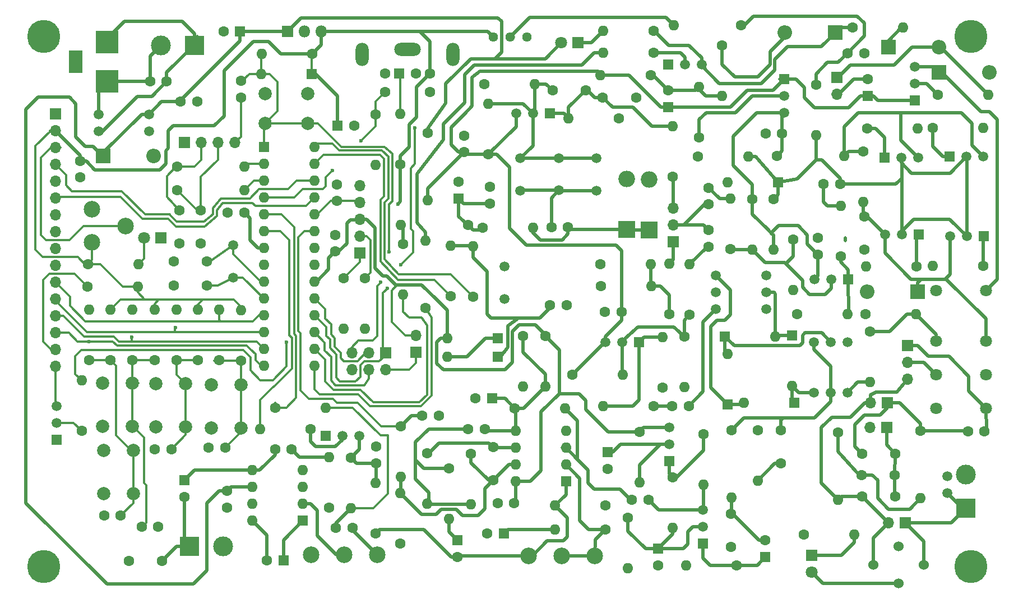
<source format=gbr>
G04 #@! TF.FileFunction,Copper,L2,Bot,Signal*
%FSLAX46Y46*%
G04 Gerber Fmt 4.6, Leading zero omitted, Abs format (unit mm)*
G04 Created by KiCad (PCBNEW 4.0.7) date 12/31/21 10:31:49*
%MOMM*%
%LPD*%
G01*
G04 APERTURE LIST*
%ADD10C,0.100000*%
%ADD11C,1.600000*%
%ADD12O,1.600000X1.600000*%
%ADD13R,1.700000X1.700000*%
%ADD14O,1.700000X1.700000*%
%ADD15R,1.600000X1.600000*%
%ADD16C,1.520000*%
%ADD17R,1.520000X1.520000*%
%ADD18C,2.500000*%
%ADD19R,2.200000X2.200000*%
%ADD20O,2.200000X2.200000*%
%ADD21R,1.800000X1.800000*%
%ADD22C,1.800000*%
%ADD23R,2.500000X2.500000*%
%ADD24O,2.500000X2.500000*%
%ADD25R,3.000000X3.000000*%
%ADD26C,3.000000*%
%ADD27R,3.500000X3.500000*%
%ADD28R,2.000000X3.500000*%
%ADD29C,2.000000*%
%ADD30O,1.800000X1.800000*%
%ADD31C,1.500000*%
%ADD32C,1.524000*%
%ADD33O,2.000000X3.500000*%
%ADD34O,4.000000X2.000000*%
%ADD35C,1.440000*%
%ADD36C,5.000000*%
%ADD37C,0.600000*%
%ADD38C,0.500000*%
%ADD39C,0.350000*%
G04 APERTURE END LIST*
D10*
D11*
X52085000Y-94855000D03*
D12*
X59705000Y-94855000D03*
D13*
X175855000Y-107145000D03*
D14*
X175855000Y-109685000D03*
X175855000Y-112225000D03*
D11*
X180435000Y-69295000D03*
D12*
X188055000Y-69295000D03*
D11*
X124405000Y-101045000D03*
X121905000Y-101045000D03*
X75185000Y-67215000D03*
X75185000Y-69715000D03*
D15*
X89795000Y-73985000D03*
D11*
X92295000Y-73985000D03*
X80390000Y-116510000D03*
D12*
X88010000Y-116510000D03*
D11*
X162335000Y-90895000D03*
X162335000Y-93395000D03*
D16*
X164415000Y-97115000D03*
X161875000Y-97115000D03*
D17*
X166955000Y-97115000D03*
D11*
X156155000Y-78535000D03*
D12*
X166315000Y-78535000D03*
D11*
X149145000Y-92595000D03*
D12*
X149145000Y-84975000D03*
D11*
X179715000Y-74335000D03*
D12*
X187335000Y-74335000D03*
D11*
X187305000Y-95105000D03*
D12*
X179685000Y-95105000D03*
D15*
X124300000Y-127650000D03*
D12*
X116680000Y-120030000D03*
X124300000Y-125110000D03*
X116680000Y-122570000D03*
X124300000Y-122570000D03*
X116680000Y-125110000D03*
X124300000Y-120030000D03*
X116680000Y-127650000D03*
D18*
X123650000Y-138875000D03*
X118650000Y-138875000D03*
X128650000Y-138875000D03*
D11*
X117825000Y-105700000D03*
D12*
X117825000Y-113320000D03*
D15*
X158800000Y-115775000D03*
D12*
X151180000Y-115775000D03*
D13*
X140475000Y-91525000D03*
D14*
X140475000Y-88985000D03*
X140475000Y-86445000D03*
D11*
X111700000Y-89380000D03*
D12*
X119320000Y-89380000D03*
D11*
X121175000Y-105700000D03*
D12*
X121175000Y-113320000D03*
D11*
X80380000Y-122800000D03*
X82880000Y-122800000D03*
X89470000Y-92960000D03*
X89470000Y-90460000D03*
D15*
X75095000Y-59775000D03*
D11*
X72595000Y-59775000D03*
X69170000Y-86730000D03*
X69170000Y-91730000D03*
X65880000Y-86730000D03*
X65880000Y-91730000D03*
X89725000Y-82825000D03*
X89725000Y-85325000D03*
X65045000Y-94405000D03*
X70045000Y-94405000D03*
X65085000Y-98065000D03*
X70085000Y-98065000D03*
X70325000Y-122575000D03*
X72825000Y-122575000D03*
X62215000Y-122795000D03*
X64715000Y-122795000D03*
D15*
X108075000Y-84965000D03*
D11*
X108075000Y-82465000D03*
X112825000Y-85725000D03*
X112825000Y-83225000D03*
D15*
X81650000Y-139560000D03*
D11*
X79150000Y-139560000D03*
X62725000Y-134535000D03*
X60225000Y-134535000D03*
X54535000Y-132815000D03*
X57035000Y-132815000D03*
D15*
X66665000Y-127495000D03*
D11*
X66665000Y-129995000D03*
X127265000Y-68645000D03*
X122265000Y-68645000D03*
X129875000Y-69725000D03*
X134875000Y-69725000D03*
X163225000Y-82785000D03*
X165725000Y-82785000D03*
X116500000Y-130975000D03*
X114000000Y-130975000D03*
X187525000Y-120125000D03*
X185025000Y-120125000D03*
X174045000Y-123445000D03*
X169045000Y-123445000D03*
X173975000Y-126715000D03*
X168975000Y-126715000D03*
X174005000Y-129955000D03*
X169005000Y-129955000D03*
X102575000Y-117700000D03*
X105075000Y-117700000D03*
X89550000Y-134650000D03*
X92050000Y-134650000D03*
X113325000Y-122500000D03*
X113325000Y-127500000D03*
D19*
X54400000Y-78540000D03*
D20*
X62020000Y-78540000D03*
D15*
X85935000Y-66145000D03*
D12*
X78315000Y-66145000D03*
D21*
X63095000Y-90855000D03*
D22*
X60555000Y-90855000D03*
D23*
X133470000Y-89660000D03*
D24*
X133470000Y-82040000D03*
D23*
X136880000Y-89720000D03*
D24*
X136880000Y-82100000D03*
D25*
X68195000Y-61835000D03*
D26*
X63115000Y-61835000D03*
D27*
X54955000Y-67305000D03*
X54955000Y-61305000D03*
D28*
X50255000Y-64305000D03*
D13*
X66695000Y-76495000D03*
D14*
X69235000Y-76495000D03*
X71775000Y-76495000D03*
X74315000Y-76495000D03*
D25*
X67440000Y-137430000D03*
D26*
X72520000Y-137430000D03*
D11*
X65575000Y-83655000D03*
D12*
X75735000Y-83655000D03*
D11*
X65575000Y-80155000D03*
D12*
X75735000Y-80155000D03*
D11*
X109550000Y-88930000D03*
D12*
X99390000Y-88930000D03*
D11*
X103440000Y-75100000D03*
D12*
X103440000Y-85260000D03*
D11*
X177855000Y-120015000D03*
D12*
X177855000Y-130175000D03*
D11*
X165435000Y-120245000D03*
D12*
X165435000Y-130405000D03*
D11*
X103075000Y-101475000D03*
D12*
X103075000Y-91315000D03*
D16*
X144950000Y-134485000D03*
X144950000Y-131945000D03*
D17*
X144950000Y-137025000D03*
D16*
X119310000Y-72125000D03*
X116770000Y-72125000D03*
D17*
X121850000Y-72125000D03*
D16*
X174945000Y-78755000D03*
X177485000Y-78755000D03*
D17*
X172405000Y-78755000D03*
D16*
X90510000Y-120740000D03*
X93050000Y-120740000D03*
D17*
X87970000Y-120740000D03*
D18*
X90825000Y-138750000D03*
X85825000Y-138750000D03*
X95825000Y-138750000D03*
D29*
X78825000Y-73615000D03*
X78825000Y-69115000D03*
X85325000Y-73615000D03*
X85325000Y-69115000D03*
X70745000Y-113075000D03*
X75245000Y-113075000D03*
X70745000Y-119575000D03*
X75245000Y-119575000D03*
X54325000Y-112815000D03*
X58825000Y-112815000D03*
X54325000Y-119315000D03*
X58825000Y-119315000D03*
X54445000Y-122985000D03*
X58945000Y-122985000D03*
X54445000Y-129485000D03*
X58945000Y-129485000D03*
X62365000Y-112925000D03*
X66865000Y-112925000D03*
X62365000Y-119425000D03*
X66865000Y-119425000D03*
D21*
X82295000Y-59705000D03*
D30*
X84835000Y-59705000D03*
X87375000Y-59705000D03*
D31*
X74045000Y-91985000D03*
X74045000Y-96865000D03*
X117420000Y-78870000D03*
X117420000Y-83750000D03*
D15*
X78675000Y-77165000D03*
D12*
X86295000Y-110185000D03*
X78675000Y-79705000D03*
X86295000Y-107645000D03*
X78675000Y-82245000D03*
X86295000Y-105105000D03*
X78675000Y-84785000D03*
X86295000Y-102565000D03*
X78675000Y-87325000D03*
X86295000Y-100025000D03*
X78675000Y-89865000D03*
X86295000Y-97485000D03*
X78675000Y-92405000D03*
X86295000Y-94945000D03*
X78675000Y-94945000D03*
X86295000Y-92405000D03*
X78675000Y-97485000D03*
X86295000Y-89865000D03*
X78675000Y-100025000D03*
X86295000Y-87325000D03*
X78675000Y-102565000D03*
X86295000Y-84785000D03*
X78675000Y-105105000D03*
X86295000Y-82245000D03*
X78675000Y-107645000D03*
X86295000Y-79705000D03*
X78675000Y-110185000D03*
X86295000Y-77165000D03*
D13*
X97030000Y-108260000D03*
D14*
X97030000Y-110800000D03*
X94490000Y-108260000D03*
X94490000Y-110800000D03*
X91950000Y-108260000D03*
X91950000Y-110800000D03*
D11*
X73090000Y-129110000D03*
X73090000Y-131610000D03*
D15*
X84580000Y-133580000D03*
D12*
X76960000Y-125960000D03*
X84580000Y-131040000D03*
X76960000Y-128500000D03*
X84580000Y-128500000D03*
X76960000Y-131040000D03*
X84580000Y-125960000D03*
X76960000Y-133580000D03*
D16*
X184855000Y-90665000D03*
X182315000Y-90665000D03*
D17*
X187395000Y-90665000D03*
D16*
X175015000Y-90385000D03*
X172475000Y-90385000D03*
D17*
X177555000Y-90385000D03*
D16*
X184815000Y-78635000D03*
X187355000Y-78635000D03*
D17*
X182275000Y-78635000D03*
D15*
X139775000Y-71150000D03*
D11*
X139775000Y-68650000D03*
D18*
X57775000Y-89105000D03*
X52735000Y-91605000D03*
X52735000Y-86605000D03*
D13*
X47175000Y-72185000D03*
D14*
X47175000Y-74725000D03*
X47175000Y-77265000D03*
X47175000Y-79805000D03*
X47175000Y-82345000D03*
X47175000Y-84885000D03*
X47175000Y-87425000D03*
X47175000Y-89965000D03*
X47175000Y-92505000D03*
X47175000Y-95045000D03*
X47175000Y-97585000D03*
X47175000Y-100125000D03*
X47175000Y-102665000D03*
X47175000Y-105205000D03*
X47175000Y-107745000D03*
X47175000Y-110285000D03*
D11*
X50905000Y-79285000D03*
X50905000Y-81785000D03*
D13*
X101610000Y-108200000D03*
D14*
X101610000Y-105660000D03*
D11*
X85995000Y-63155000D03*
D12*
X78375000Y-63155000D03*
D11*
X52005000Y-98225000D03*
D12*
X59625000Y-98225000D03*
D11*
X65465000Y-109385000D03*
D12*
X65465000Y-101765000D03*
D11*
X75215000Y-109415000D03*
D12*
X75215000Y-101795000D03*
D11*
X99685000Y-91845000D03*
D12*
X99685000Y-99465000D03*
D11*
X147905000Y-61835000D03*
D12*
X147905000Y-69455000D03*
D11*
X137100000Y-66350000D03*
D12*
X129480000Y-66350000D03*
D11*
X88510000Y-131600000D03*
D12*
X88510000Y-123980000D03*
D11*
X62165000Y-109355000D03*
D12*
X62165000Y-101735000D03*
D11*
X55495000Y-109345000D03*
D12*
X55495000Y-101725000D03*
D11*
X144435000Y-75735000D03*
D12*
X144435000Y-68115000D03*
D11*
X112600000Y-78275000D03*
D12*
X112600000Y-70655000D03*
D11*
X111975000Y-67700000D03*
D12*
X119595000Y-67700000D03*
D11*
X132325000Y-72875000D03*
D12*
X124705000Y-72875000D03*
D11*
X153280000Y-119890000D03*
D12*
X153280000Y-127510000D03*
D11*
X109950000Y-123475000D03*
D12*
X109950000Y-131095000D03*
D11*
X103375000Y-123375000D03*
D12*
X103375000Y-130995000D03*
D11*
X106600000Y-125700000D03*
D12*
X106600000Y-133320000D03*
D11*
X71955000Y-109365000D03*
D12*
X71955000Y-101745000D03*
D11*
X85750000Y-119750000D03*
D12*
X78130000Y-119750000D03*
D11*
X95575000Y-135500000D03*
D12*
X95575000Y-127880000D03*
D11*
X68675000Y-109385000D03*
D12*
X68675000Y-101765000D03*
D11*
X91850000Y-124050000D03*
D12*
X91850000Y-131670000D03*
D11*
X99300000Y-137050000D03*
D12*
X99300000Y-129430000D03*
D11*
X130275000Y-131300000D03*
D12*
X122655000Y-131300000D03*
D11*
X169795000Y-74375000D03*
D12*
X177415000Y-74375000D03*
D11*
X177225000Y-95245000D03*
D12*
X169605000Y-95245000D03*
D11*
X52275000Y-109325000D03*
D12*
X52275000Y-101705000D03*
D11*
X58825000Y-109345000D03*
D12*
X58825000Y-101725000D03*
D11*
X99325000Y-119375000D03*
D12*
X99325000Y-126995000D03*
D11*
X68585000Y-70295000D03*
X66085000Y-70295000D03*
D13*
X172825000Y-115805000D03*
D14*
X170285000Y-115805000D03*
D11*
X112050000Y-119725000D03*
X109550000Y-119725000D03*
D15*
X114035000Y-106075000D03*
D12*
X106415000Y-106075000D03*
D15*
X114025000Y-108855000D03*
D12*
X106405000Y-108855000D03*
D11*
X110255000Y-99755000D03*
D12*
X110255000Y-92135000D03*
D11*
X106925000Y-99715000D03*
D12*
X106925000Y-92095000D03*
D11*
X129500000Y-94900000D03*
D12*
X137120000Y-94900000D03*
D11*
X129550000Y-98175000D03*
D12*
X137170000Y-98175000D03*
D31*
X115000000Y-95225000D03*
X115000000Y-100105000D03*
X181945000Y-129425000D03*
X181945000Y-126885000D03*
D25*
X184673000Y-131711000D03*
D26*
X184673000Y-126631000D03*
D19*
X180605000Y-65885000D03*
D20*
X188225000Y-65885000D03*
D22*
X187775000Y-106465000D03*
X187775000Y-116625000D03*
X187775000Y-111545000D03*
X180175000Y-111545000D03*
X180175000Y-106465000D03*
X180175000Y-116625000D03*
X187775000Y-98845000D03*
X180175000Y-98845000D03*
D11*
X140350000Y-116275000D03*
X142850000Y-116275000D03*
D15*
X158450000Y-105625000D03*
D12*
X158450000Y-113245000D03*
D15*
X148325000Y-105800000D03*
D12*
X155945000Y-105800000D03*
D15*
X148675000Y-116050000D03*
D12*
X148675000Y-108430000D03*
D11*
X137575000Y-116250000D03*
D12*
X129955000Y-116250000D03*
D11*
X150100000Y-140325000D03*
D12*
X142480000Y-140325000D03*
D11*
X170210000Y-105050000D03*
D12*
X170210000Y-112670000D03*
D15*
X169875000Y-69455000D03*
D11*
X169875000Y-66955000D03*
D19*
X172975000Y-62105000D03*
D20*
X180595000Y-62105000D03*
D16*
X157275000Y-69445000D03*
X157275000Y-71985000D03*
D17*
X157275000Y-66905000D03*
D11*
X167585000Y-59145000D03*
D12*
X175205000Y-59145000D03*
D13*
X165265000Y-66695000D03*
D14*
X165265000Y-69235000D03*
D11*
X169510000Y-102370000D03*
D12*
X177130000Y-102370000D03*
D15*
X107900000Y-136550000D03*
D11*
X107900000Y-139050000D03*
D15*
X113155000Y-115105000D03*
D11*
X110655000Y-115105000D03*
D31*
X166815000Y-106615000D03*
X166815000Y-114235000D03*
X164275000Y-106615000D03*
X164275000Y-114235000D03*
X161735000Y-106615000D03*
X161735000Y-114235000D03*
X154545000Y-101645000D03*
X146925000Y-101645000D03*
X154545000Y-99105000D03*
X146925000Y-99105000D03*
X154545000Y-96565000D03*
X146925000Y-96565000D03*
D13*
X175585000Y-133925000D03*
D14*
X173045000Y-133925000D03*
D32*
X178375000Y-140285000D03*
X170755000Y-140285000D03*
X174501500Y-137491000D03*
X174501500Y-143079000D03*
D21*
X161405000Y-138815000D03*
D22*
X161405000Y-141355000D03*
D11*
X160200000Y-135675000D03*
D12*
X167820000Y-135675000D03*
D13*
X172725000Y-119485000D03*
D14*
X170185000Y-119485000D03*
D15*
X156305000Y-82495000D03*
D12*
X148685000Y-82495000D03*
D11*
X159175000Y-102425000D03*
D12*
X166795000Y-102425000D03*
D11*
X108900000Y-75475000D03*
X108900000Y-77975000D03*
X165795000Y-93715000D03*
D12*
X165795000Y-86095000D03*
D11*
X152445000Y-85045000D03*
D12*
X152445000Y-92665000D03*
D11*
X154455000Y-75105000D03*
X156955000Y-75105000D03*
X155625000Y-85045000D03*
D12*
X155625000Y-92665000D03*
D11*
X122100000Y-89250000D03*
X124600000Y-89250000D03*
D15*
X154425000Y-139050000D03*
D11*
X154425000Y-136550000D03*
D15*
X138250000Y-137800000D03*
D11*
X138250000Y-140300000D03*
X145825000Y-89725000D03*
X145825000Y-92225000D03*
D15*
X130575000Y-123265000D03*
D11*
X130575000Y-125765000D03*
D15*
X114900000Y-135500000D03*
D11*
X112400000Y-135500000D03*
X136775000Y-130450000D03*
X134275000Y-130450000D03*
X130200000Y-102075000D03*
X132700000Y-102075000D03*
X145875000Y-83350000D03*
X145875000Y-85850000D03*
X95600000Y-124900000D03*
X95600000Y-122400000D03*
D19*
X164985000Y-59875000D03*
D20*
X157365000Y-59875000D03*
D11*
X149350000Y-119900000D03*
D12*
X149350000Y-130060000D03*
D16*
X132760000Y-106675000D03*
X130220000Y-106675000D03*
D17*
X135300000Y-106675000D03*
D16*
X139875000Y-122035000D03*
X139875000Y-119495000D03*
D17*
X139875000Y-124575000D03*
D16*
X142245000Y-64765000D03*
X144785000Y-64765000D03*
D17*
X139705000Y-64765000D03*
D16*
X176995000Y-67615000D03*
X176995000Y-65075000D03*
D17*
X176995000Y-70155000D03*
D11*
X143000000Y-102500000D03*
D12*
X143000000Y-94880000D03*
D11*
X125300000Y-111550000D03*
D12*
X132920000Y-111550000D03*
D11*
X142175000Y-105800000D03*
D12*
X142175000Y-113420000D03*
D11*
X145075000Y-120550000D03*
D12*
X145075000Y-128170000D03*
D11*
X133650000Y-133125000D03*
D12*
X133650000Y-140745000D03*
D11*
X138875000Y-113475000D03*
D12*
X138875000Y-105855000D03*
D11*
X140425000Y-127075000D03*
D12*
X140425000Y-134695000D03*
D11*
X135400000Y-120150000D03*
D12*
X135400000Y-127770000D03*
D11*
X116575000Y-116600000D03*
D12*
X124195000Y-116600000D03*
D11*
X130250000Y-134875000D03*
D12*
X122630000Y-134875000D03*
D11*
X137575000Y-62975000D03*
D12*
X129955000Y-62975000D03*
D11*
X158645000Y-91135000D03*
D12*
X158645000Y-98755000D03*
D11*
X144195000Y-78655000D03*
D12*
X151815000Y-78655000D03*
D11*
X140455000Y-81645000D03*
D12*
X140455000Y-74025000D03*
D11*
X139875000Y-102425000D03*
D12*
X139875000Y-94805000D03*
D31*
X123250000Y-78830000D03*
X123250000Y-83710000D03*
D11*
X149250000Y-132525000D03*
X149250000Y-137525000D03*
D33*
X107225000Y-63225000D03*
X93525000Y-63225000D03*
D15*
X99075000Y-66075000D03*
D11*
X101675000Y-66075000D03*
X96975000Y-66075000D03*
X103775000Y-66075000D03*
X96975000Y-68875000D03*
X103775000Y-68875000D03*
D34*
X100375000Y-62425000D03*
D11*
X95570000Y-72240000D03*
D12*
X95570000Y-79860000D03*
D11*
X99300000Y-79840000D03*
D12*
X99300000Y-72220000D03*
D21*
X126115000Y-61455000D03*
D22*
X123575000Y-61455000D03*
D11*
X137575000Y-59675000D03*
D12*
X129955000Y-59675000D03*
D11*
X169405000Y-87705000D03*
X169405000Y-92705000D03*
D16*
X47335000Y-118835000D03*
X47335000Y-116295000D03*
D17*
X47335000Y-121375000D03*
D11*
X51165000Y-120055000D03*
D12*
X51165000Y-112435000D03*
D11*
X166835000Y-63005000D03*
X169335000Y-63005000D03*
X162055000Y-67755000D03*
D12*
X162055000Y-75375000D03*
D35*
X113325000Y-60575000D03*
X115865000Y-60575000D03*
X118405000Y-60575000D03*
D11*
X169175000Y-77845000D03*
D12*
X169175000Y-85465000D03*
D11*
X150765000Y-58785000D03*
D12*
X140605000Y-58785000D03*
D36*
X45425000Y-60465000D03*
X185425000Y-60465000D03*
X185425000Y-140465000D03*
X45425000Y-140465000D03*
D11*
X63280000Y-139670000D03*
X58280000Y-139670000D03*
X63985000Y-67305000D03*
X61485000Y-67305000D03*
D31*
X53690000Y-72230000D03*
X61310000Y-72230000D03*
X53690000Y-74770000D03*
X61310000Y-74770000D03*
X128890000Y-78910000D03*
X128890000Y-83790000D03*
D11*
X156800000Y-124920000D03*
X156800000Y-119920000D03*
D19*
X177390000Y-98980000D03*
D20*
X169770000Y-98980000D03*
D13*
X93170000Y-93170000D03*
D14*
X93170000Y-90630000D03*
X93170000Y-88090000D03*
X93170000Y-85550000D03*
X93170000Y-83010000D03*
D11*
X75710000Y-87050000D03*
X73210000Y-87050000D03*
X90720000Y-97000000D03*
D12*
X90720000Y-104620000D03*
D11*
X93930000Y-96950000D03*
D12*
X93930000Y-104570000D03*
D37*
X98900000Y-85770000D03*
X96340000Y-97620000D03*
X97560000Y-93020000D03*
X82115000Y-106635000D03*
X101510000Y-74320000D03*
X99320000Y-94960000D03*
X97310000Y-98530000D03*
X65295000Y-104415000D03*
X52255000Y-106515000D03*
X58725000Y-105845000D03*
X93350000Y-76280000D03*
X88985000Y-80715000D03*
D38*
X166490000Y-90855000D02*
X166485000Y-90860000D01*
X166485000Y-90860000D02*
X166485000Y-91305000D01*
D39*
X101610000Y-105660000D02*
X100070000Y-105660000D01*
X97960000Y-98850000D02*
X98789998Y-98020002D01*
X97960000Y-103550000D02*
X97960000Y-98850000D01*
X100070000Y-105660000D02*
X97960000Y-103550000D01*
D38*
X78675000Y-92405000D02*
X77735000Y-92405000D01*
X76570000Y-87910000D02*
X75710000Y-87050000D01*
X76570000Y-91240000D02*
X76570000Y-87910000D01*
X77735000Y-92405000D02*
X76570000Y-91240000D01*
X89470000Y-92960000D02*
X89980000Y-92960000D01*
X89980000Y-92960000D02*
X91220000Y-91720000D01*
X91720000Y-88170000D02*
X93090000Y-88170000D01*
X91220000Y-88670000D02*
X91720000Y-88170000D01*
X91220000Y-91720000D02*
X91220000Y-88670000D01*
X93090000Y-88170000D02*
X93170000Y-88090000D01*
X93170000Y-88090000D02*
X94210000Y-88090000D01*
X97235000Y-96645000D02*
X98240000Y-97650000D01*
X98240000Y-97650000D02*
X98610002Y-98020002D01*
X98789998Y-98020002D02*
X98610002Y-98020002D01*
X96685000Y-96645000D02*
X97235000Y-96645000D01*
X94210000Y-88090000D02*
X95500000Y-89380000D01*
X95500000Y-89380000D02*
X95500000Y-95460000D01*
X95500000Y-95460000D02*
X96685000Y-96645000D01*
X86295000Y-97485000D02*
X86635000Y-97485000D01*
X86635000Y-97485000D02*
X88450000Y-95670000D01*
X88450000Y-93980000D02*
X89470000Y-92960000D01*
X88450000Y-95670000D02*
X88450000Y-93980000D01*
X99285000Y-85385000D02*
X99300000Y-79840000D01*
X98900000Y-85770000D02*
X99285000Y-85385000D01*
X50905000Y-79285000D02*
X51835000Y-79285000D01*
X81205000Y-63155000D02*
X85995000Y-63155000D01*
X79340000Y-61290000D02*
X81205000Y-63155000D01*
X77050000Y-61290000D02*
X79340000Y-61290000D01*
X72670000Y-65670000D02*
X77050000Y-61290000D01*
X72670000Y-72480000D02*
X72670000Y-65670000D01*
X71160000Y-73990000D02*
X72670000Y-72480000D01*
X64980000Y-73990000D02*
X71160000Y-73990000D01*
X64250000Y-74720000D02*
X64980000Y-73990000D01*
X64250000Y-77360000D02*
X64250000Y-74720000D01*
X63850000Y-77760000D02*
X64250000Y-77360000D01*
X63850000Y-79750000D02*
X63850000Y-77760000D01*
X62990000Y-80610000D02*
X63850000Y-79750000D01*
X53160000Y-80610000D02*
X62990000Y-80610000D01*
X51835000Y-79285000D02*
X53160000Y-80610000D01*
X50905000Y-79285000D02*
X50905000Y-78455000D01*
X50905000Y-78455000D02*
X47175000Y-74725000D01*
D39*
X52085000Y-94855000D02*
X51635000Y-94855000D01*
X51635000Y-94855000D02*
X50555000Y-93775000D01*
X44195000Y-77035000D02*
X46505000Y-74725000D01*
X44195000Y-92675000D02*
X44195000Y-77035000D01*
X45295000Y-93775000D02*
X44195000Y-92675000D01*
X50555000Y-93775000D02*
X45295000Y-93775000D01*
X46505000Y-74725000D02*
X47175000Y-74725000D01*
X52735000Y-91605000D02*
X52735000Y-94205000D01*
X52735000Y-94205000D02*
X52085000Y-94855000D01*
X59625000Y-98225000D02*
X57385000Y-98225000D01*
X54015000Y-94855000D02*
X52085000Y-94855000D01*
X57385000Y-98225000D02*
X54015000Y-94855000D01*
D38*
X101955223Y-59734435D02*
X112484435Y-59734435D01*
X112484435Y-59734435D02*
X113325000Y-60575000D01*
X135400000Y-120150000D02*
X130650000Y-120150000D01*
X126245000Y-114405000D02*
X123285000Y-114405000D01*
X127325000Y-115485000D02*
X126245000Y-114405000D01*
X127325000Y-116825000D02*
X127325000Y-115485000D01*
X130650000Y-120150000D02*
X127325000Y-116825000D01*
X116680000Y-127650000D02*
X118890000Y-127650000D01*
X118890000Y-127650000D02*
X120545000Y-125995000D01*
X120545000Y-125995000D02*
X120545000Y-117145000D01*
X120545000Y-117145000D02*
X123285000Y-114405000D01*
X123285000Y-107810000D02*
X121175000Y-105700000D01*
X123285000Y-114405000D02*
X123285000Y-107810000D01*
X106415000Y-106075000D02*
X105385000Y-106075000D01*
X119665000Y-104025000D02*
X121175000Y-105535000D01*
X117205000Y-104025000D02*
X119665000Y-104025000D01*
X116235000Y-104995000D02*
X117205000Y-104025000D01*
X116235000Y-109665000D02*
X116235000Y-104995000D01*
X115075000Y-110825000D02*
X116235000Y-109665000D01*
X105795000Y-110825000D02*
X115075000Y-110825000D01*
X104795000Y-109825000D02*
X105795000Y-110825000D01*
X104795000Y-106665000D02*
X104795000Y-109825000D01*
X105385000Y-106075000D02*
X104795000Y-106665000D01*
X121175000Y-105535000D02*
X121175000Y-105700000D01*
D39*
X101610000Y-105660000D02*
X101050000Y-105660000D01*
D38*
X104735000Y-100165000D02*
X104735000Y-100225000D01*
X106415000Y-106075000D02*
X106415000Y-101845000D01*
X104735000Y-100225000D02*
X102530002Y-98020002D01*
X102530002Y-98020002D02*
X98789998Y-98020002D01*
X106415000Y-101845000D02*
X104735000Y-100165000D01*
D39*
X46395000Y-74725000D02*
X47175000Y-74725000D01*
D38*
X89795000Y-73985000D02*
X89795000Y-69455000D01*
X89795000Y-69455000D02*
X86485000Y-66145000D01*
X86485000Y-66145000D02*
X85935000Y-66145000D01*
X99300000Y-79840000D02*
X99285000Y-78525000D01*
X99285000Y-78525000D02*
X100635000Y-77175000D01*
X100635000Y-77175000D02*
X100635000Y-73795000D01*
X100635000Y-73795000D02*
X101705000Y-72725000D01*
X101705000Y-72725000D02*
X101705000Y-68145000D01*
X101705000Y-68145000D02*
X103775000Y-66075000D01*
X87375000Y-59705000D02*
X87375000Y-61775000D01*
X87375000Y-61775000D02*
X85995000Y-63155000D01*
X99290000Y-79850000D02*
X99300000Y-79840000D01*
X47525000Y-75075000D02*
X47175000Y-74725000D01*
D39*
X87045000Y-60035000D02*
X87375000Y-59705000D01*
X85935000Y-66145000D02*
X85935000Y-63215000D01*
X85935000Y-63215000D02*
X85995000Y-63155000D01*
D38*
X87375000Y-59705000D02*
X101955223Y-59734435D01*
X101955223Y-59734435D02*
X102125424Y-59734779D01*
X102125424Y-59734779D02*
X102235000Y-59735000D01*
X102235000Y-59735000D02*
X103775000Y-61275000D01*
X103775000Y-61275000D02*
X103775000Y-66075000D01*
D39*
X89285000Y-92845000D02*
X89415000Y-92975000D01*
D38*
X89415000Y-92975000D02*
X89375000Y-92975000D01*
X121175000Y-105425000D02*
X121175000Y-105700000D01*
X121175000Y-105215000D02*
X121175000Y-105700000D01*
X47225000Y-74675000D02*
X47175000Y-74725000D01*
D39*
X59625000Y-98225000D02*
X59625000Y-99145000D01*
X59625000Y-99145000D02*
X60695000Y-100215000D01*
X68675000Y-101765000D02*
X68675000Y-101005000D01*
X68675000Y-101005000D02*
X69465000Y-100215000D01*
X62165000Y-101735000D02*
X62165000Y-100865000D01*
X62165000Y-100865000D02*
X62815000Y-100215000D01*
X75215000Y-101795000D02*
X75215000Y-101325000D01*
X75215000Y-101325000D02*
X74105000Y-100215000D01*
X74105000Y-100215000D02*
X69465000Y-100215000D01*
X69465000Y-100215000D02*
X62815000Y-100215000D01*
X62815000Y-100215000D02*
X60695000Y-100215000D01*
X60695000Y-100215000D02*
X57005000Y-100215000D01*
X57005000Y-100215000D02*
X55495000Y-101725000D01*
X69115000Y-101725000D02*
X69115000Y-101775000D01*
D38*
X116680000Y-127650000D02*
X116680000Y-130795000D01*
X116680000Y-130795000D02*
X116500000Y-130975000D01*
X139875000Y-119495000D02*
X136055000Y-119495000D01*
X136055000Y-119495000D02*
X135400000Y-120150000D01*
D39*
X96340000Y-97620000D02*
X96340000Y-97650000D01*
X95830000Y-105730000D02*
X95140000Y-106420000D01*
X95830000Y-98160000D02*
X95830000Y-105730000D01*
X96340000Y-97650000D02*
X95830000Y-98160000D01*
X91950000Y-108260000D02*
X91950000Y-107390000D01*
X91950000Y-107390000D02*
X92920000Y-106420000D01*
X92920000Y-106420000D02*
X95140000Y-106420000D01*
X97571570Y-87760278D02*
X97571570Y-85818430D01*
X86835000Y-73615000D02*
X85325000Y-73615000D01*
X90360000Y-77140000D02*
X86835000Y-73615000D01*
X96860000Y-77140000D02*
X90360000Y-77140000D01*
X98060000Y-78220000D02*
X96860000Y-77140000D01*
X98060000Y-85410000D02*
X98060000Y-78220000D01*
X97571570Y-85818430D02*
X98060000Y-85410000D01*
X97560000Y-93020000D02*
X97571570Y-87760278D01*
X91950000Y-108260000D02*
X91950000Y-107820000D01*
X86135000Y-73615000D02*
X85325000Y-73615000D01*
X75185000Y-67215000D02*
X75415000Y-67215000D01*
X75415000Y-67215000D02*
X76485000Y-66145000D01*
X76485000Y-66145000D02*
X78315000Y-66145000D01*
X85325000Y-73615000D02*
X78825000Y-73615000D01*
X78675000Y-77165000D02*
X78675000Y-73765000D01*
X78675000Y-73765000D02*
X78825000Y-73615000D01*
X78315000Y-66145000D02*
X79525000Y-66145000D01*
X80715000Y-71725000D02*
X78825000Y-73615000D01*
X80715000Y-67335000D02*
X80715000Y-71725000D01*
X79525000Y-66145000D02*
X80715000Y-67335000D01*
X78135000Y-63395000D02*
X78375000Y-63155000D01*
X78315000Y-66145000D02*
X78315000Y-63215000D01*
X78315000Y-63215000D02*
X78375000Y-63155000D01*
X75185000Y-69715000D02*
X75185000Y-75625000D01*
X75185000Y-75625000D02*
X74315000Y-76495000D01*
D38*
X76960000Y-128500000D02*
X73700000Y-128500000D01*
X73700000Y-128500000D02*
X73090000Y-129110000D01*
X70030000Y-132630000D02*
X70030000Y-130970000D01*
X52840000Y-77060000D02*
X51660000Y-77060000D01*
X51660000Y-77060000D02*
X50260000Y-75660000D01*
X50260000Y-75660000D02*
X50260000Y-70630000D01*
X50260000Y-70630000D02*
X49310000Y-69680000D01*
X49310000Y-69680000D02*
X44540000Y-69680000D01*
X44540000Y-69680000D02*
X42750000Y-71470000D01*
X42750000Y-71470000D02*
X42750000Y-130930000D01*
X42750000Y-130930000D02*
X54960000Y-143140000D01*
X54960000Y-143140000D02*
X67250000Y-143140000D01*
X54320000Y-78540000D02*
X52840000Y-77060000D01*
X68010000Y-143140000D02*
X70030000Y-141120000D01*
X70030000Y-141120000D02*
X70030000Y-132630000D01*
X67250000Y-143140000D02*
X68010000Y-143140000D01*
X70030000Y-130970000D02*
X71890000Y-129110000D01*
X71890000Y-129110000D02*
X73090000Y-129110000D01*
X66085000Y-70295000D02*
X63245000Y-70295000D01*
X63245000Y-70295000D02*
X61310000Y-72230000D01*
X54400000Y-78540000D02*
X54400000Y-78060000D01*
X54400000Y-78060000D02*
X60230000Y-72230000D01*
X60230000Y-72230000D02*
X61310000Y-72230000D01*
X54400000Y-78540000D02*
X54320000Y-78540000D01*
X72895000Y-129305000D02*
X73090000Y-129110000D01*
X75095000Y-59775000D02*
X82225000Y-59775000D01*
X82225000Y-59775000D02*
X82295000Y-59705000D01*
X66085000Y-70295000D02*
X66085000Y-70145000D01*
X66085000Y-70145000D02*
X75095000Y-61135000D01*
X75095000Y-61135000D02*
X75095000Y-59775000D01*
X113205000Y-63845000D02*
X121185000Y-63845000D01*
X121185000Y-63845000D02*
X123575000Y-61455000D01*
X106145000Y-67865000D02*
X106145000Y-67615000D01*
X84315000Y-57685000D02*
X82295000Y-59705000D01*
X102105000Y-57685000D02*
X84315000Y-57685000D01*
X114005000Y-57685000D02*
X102105000Y-57685000D01*
X114555000Y-58235000D02*
X114005000Y-57685000D01*
X114555000Y-62835000D02*
X114555000Y-58235000D01*
X113545000Y-63845000D02*
X114555000Y-62835000D01*
X109915000Y-63845000D02*
X113205000Y-63845000D01*
X113205000Y-63845000D02*
X113545000Y-63845000D01*
X106145000Y-67615000D02*
X109915000Y-63845000D01*
X106145000Y-69225000D02*
X106145000Y-67865000D01*
X106145000Y-67865000D02*
X106145000Y-67585000D01*
X103440000Y-75100000D02*
X103440000Y-74410000D01*
X103440000Y-74410000D02*
X106145000Y-70605000D01*
X106145000Y-70605000D02*
X106145000Y-69225000D01*
D39*
X69170000Y-86730000D02*
X69170000Y-81700000D01*
X71775000Y-79095000D02*
X71775000Y-76495000D01*
X69170000Y-81700000D02*
X71775000Y-79095000D01*
X69170000Y-86730000D02*
X68650000Y-86730000D01*
X68650000Y-86730000D02*
X65575000Y-83655000D01*
X69235000Y-76495000D02*
X69235000Y-79145000D01*
X68225000Y-80155000D02*
X65575000Y-80155000D01*
X69235000Y-79145000D02*
X68225000Y-80155000D01*
X65575000Y-80155000D02*
X65445000Y-80155000D01*
X65445000Y-80155000D02*
X64065000Y-81535000D01*
X64065000Y-81535000D02*
X64065000Y-84685000D01*
X64065000Y-84685000D02*
X65880000Y-86730000D01*
X89725000Y-85325000D02*
X92945000Y-85325000D01*
X92945000Y-85325000D02*
X93170000Y-85550000D01*
X86295000Y-87325000D02*
X86755000Y-87325000D01*
X86755000Y-87325000D02*
X88755000Y-85325000D01*
X88755000Y-85325000D02*
X89725000Y-85325000D01*
X86305000Y-87335000D02*
X86295000Y-87325000D01*
X86295000Y-87325000D02*
X86295000Y-87135000D01*
X78675000Y-97485000D02*
X78225000Y-97485000D01*
X78225000Y-97485000D02*
X74045000Y-93305000D01*
X74045000Y-93305000D02*
X74045000Y-91985000D01*
X70045000Y-94405000D02*
X70405000Y-94495000D01*
X70405000Y-94495000D02*
X74045000Y-91985000D01*
X74045000Y-96865000D02*
X75515000Y-96865000D01*
X75515000Y-96865000D02*
X78675000Y-100025000D01*
X70085000Y-98065000D02*
X71735000Y-98045000D01*
X71735000Y-98045000D02*
X74045000Y-96865000D01*
X74045000Y-96865000D02*
X74615000Y-96865000D01*
X68675000Y-109385000D02*
X65465000Y-109385000D01*
X65465000Y-109385000D02*
X65465000Y-111525000D01*
X65465000Y-111525000D02*
X66865000Y-112925000D01*
X66865000Y-119425000D02*
X66865000Y-120645000D01*
X66865000Y-120645000D02*
X64715000Y-122795000D01*
X66865000Y-119425000D02*
X66865000Y-112925000D01*
D38*
X109550000Y-88930000D02*
X110310000Y-89690000D01*
X110310000Y-89690000D02*
X111390000Y-89690000D01*
X111390000Y-89690000D02*
X111700000Y-89380000D01*
X112825000Y-85725000D02*
X108835000Y-85725000D01*
X108835000Y-85725000D02*
X108075000Y-84965000D01*
X108075000Y-84965000D02*
X108075000Y-87655000D01*
X108075000Y-87655000D02*
X109550000Y-88930000D01*
X109865000Y-89245000D02*
X109550000Y-88930000D01*
X108225000Y-85115000D02*
X108075000Y-84965000D01*
X103440000Y-85260000D02*
X103440000Y-83435000D01*
X103440000Y-83435000D02*
X108900000Y-77975000D01*
X110150000Y-69985000D02*
X110150000Y-71025000D01*
X111335000Y-65705000D02*
X129165000Y-65705000D01*
X110150000Y-66700000D02*
X111335000Y-65705000D01*
X110150000Y-69985000D02*
X110150000Y-66700000D01*
X108075000Y-77975000D02*
X106950000Y-76850000D01*
X106950000Y-76850000D02*
X106950000Y-74225000D01*
X106950000Y-74225000D02*
X108975000Y-72200000D01*
X108900000Y-77975000D02*
X108075000Y-77975000D01*
X110150000Y-71025000D02*
X108975000Y-72200000D01*
X157275000Y-66905000D02*
X159055000Y-66905000D01*
X168785000Y-69455000D02*
X169875000Y-69455000D01*
X166965000Y-71275000D02*
X168785000Y-69455000D01*
X161855000Y-71275000D02*
X166965000Y-71275000D01*
X160315000Y-69735000D02*
X161855000Y-71275000D01*
X160315000Y-68165000D02*
X160315000Y-69735000D01*
X159055000Y-66905000D02*
X160315000Y-68165000D01*
X139775000Y-71150000D02*
X149160000Y-71150000D01*
X155575000Y-68605000D02*
X157275000Y-66905000D01*
X151705000Y-68605000D02*
X155575000Y-68605000D01*
X149160000Y-71150000D02*
X151705000Y-68605000D01*
X140210000Y-70715000D02*
X139775000Y-71150000D01*
X157275000Y-66905000D02*
X156585000Y-66905000D01*
X169875000Y-69455000D02*
X170735000Y-69455000D01*
X170735000Y-69455000D02*
X171435000Y-70155000D01*
X171435000Y-70155000D02*
X176995000Y-70155000D01*
X132700000Y-96300000D02*
X132700000Y-92800000D01*
X131900000Y-92000000D02*
X129025000Y-92000000D01*
X132700000Y-92800000D02*
X131900000Y-92000000D01*
X130220000Y-106675000D02*
X130175000Y-106675000D01*
X130175000Y-106675000D02*
X125300000Y-111550000D01*
X130220000Y-106675000D02*
X130220000Y-105780000D01*
X132700000Y-103300000D02*
X132700000Y-102075000D01*
X130220000Y-105780000D02*
X132700000Y-103300000D01*
X132700000Y-102075000D02*
X132700000Y-96300000D01*
X118325000Y-92000000D02*
X129025000Y-92000000D01*
X112600000Y-78275000D02*
X113825000Y-78275000D01*
X113825000Y-78275000D02*
X115750000Y-80200000D01*
X115750000Y-80200000D02*
X115750000Y-89425000D01*
X115750000Y-89425000D02*
X118325000Y-92000000D01*
X103525000Y-85175000D02*
X103440000Y-85260000D01*
X129480000Y-66350000D02*
X133850000Y-66350000D01*
X133850000Y-66350000D02*
X138650000Y-71150000D01*
X138650000Y-71150000D02*
X139775000Y-71150000D01*
X129165000Y-65705000D02*
X129480000Y-66350000D01*
X112600000Y-78275000D02*
X109200000Y-78275000D01*
X109200000Y-78275000D02*
X108900000Y-77975000D01*
X116770000Y-72125000D02*
X116770000Y-74105000D01*
X116770000Y-74105000D02*
X112600000Y-78275000D01*
X81650000Y-139560000D02*
X81650000Y-136510000D01*
X81650000Y-136510000D02*
X84580000Y-133580000D01*
X79150000Y-139560000D02*
X79150000Y-135770000D01*
X79150000Y-135770000D02*
X76960000Y-133580000D01*
X80380000Y-122800000D02*
X80380000Y-123640000D01*
X78060000Y-125960000D02*
X76960000Y-125960000D01*
X80380000Y-123640000D02*
X78060000Y-125960000D01*
X76960000Y-125960000D02*
X68200000Y-125960000D01*
X68200000Y-125960000D02*
X66665000Y-127495000D01*
X66665000Y-127495000D02*
X66665000Y-126985000D01*
X66470000Y-127340000D02*
X67110000Y-127930000D01*
X76960000Y-125960000D02*
X76960000Y-125525000D01*
X88510000Y-123980000D02*
X84060000Y-123980000D01*
X84060000Y-123980000D02*
X82880000Y-122800000D01*
X88405000Y-123700000D02*
X88510000Y-123980000D01*
X66665000Y-129995000D02*
X66665000Y-136655000D01*
X66665000Y-136655000D02*
X67440000Y-137430000D01*
X67440000Y-137430000D02*
X65520000Y-137430000D01*
X65520000Y-137430000D02*
X63280000Y-139670000D01*
X162335000Y-93395000D02*
X162335000Y-96655000D01*
X162335000Y-96655000D02*
X161875000Y-97115000D01*
X155420000Y-90270000D02*
X155420000Y-90010000D01*
X160765000Y-91825000D02*
X162335000Y-93395000D01*
X160765000Y-90425000D02*
X160765000Y-91825000D01*
X159375000Y-89035000D02*
X160765000Y-90425000D01*
X156395000Y-89035000D02*
X159375000Y-89035000D01*
X155420000Y-90010000D02*
X156395000Y-89035000D01*
X156955000Y-75105000D02*
X156955000Y-77735000D01*
X156955000Y-77735000D02*
X156155000Y-78535000D01*
X153095000Y-71985000D02*
X157275000Y-71985000D01*
X149535000Y-75545000D02*
X153095000Y-71985000D01*
X149535000Y-79935000D02*
X149535000Y-75545000D01*
X155835000Y-78215000D02*
X156155000Y-78535000D01*
X156955000Y-75105000D02*
X156955000Y-72305000D01*
X156955000Y-72305000D02*
X157275000Y-71985000D01*
X155625000Y-90475000D02*
X155625000Y-92665000D01*
X152445000Y-87295000D02*
X154800000Y-89650000D01*
X154800000Y-89650000D02*
X155420000Y-90270000D01*
X155420000Y-90270000D02*
X155625000Y-90475000D01*
X156530000Y-78910000D02*
X156155000Y-78535000D01*
X155625000Y-92665000D02*
X155625000Y-92270000D01*
X152445000Y-82845000D02*
X149535000Y-79935000D01*
X152445000Y-85045000D02*
X152445000Y-82845000D01*
X152445000Y-85045000D02*
X152445000Y-87295000D01*
X119310000Y-72125000D02*
X119310000Y-76980000D01*
X119310000Y-76980000D02*
X117420000Y-78870000D01*
X123250000Y-78830000D02*
X117460000Y-78830000D01*
X117460000Y-78830000D02*
X117420000Y-78870000D01*
X128890000Y-78910000D02*
X123330000Y-78910000D01*
X123330000Y-78910000D02*
X123250000Y-78830000D01*
X119595000Y-67700000D02*
X121320000Y-67700000D01*
X121320000Y-67700000D02*
X122265000Y-68645000D01*
X119970000Y-68075000D02*
X119595000Y-67700000D01*
X119595000Y-67700000D02*
X119595000Y-71840000D01*
X119595000Y-71840000D02*
X119310000Y-72125000D01*
X119275000Y-72160000D02*
X119310000Y-72125000D01*
X112600000Y-70655000D02*
X117840000Y-70655000D01*
X117840000Y-70655000D02*
X119310000Y-72125000D01*
X165725000Y-82785000D02*
X174145000Y-82785000D01*
X174145000Y-82785000D02*
X175015000Y-81915000D01*
X162055000Y-79125000D02*
X162975000Y-79125000D01*
X165725000Y-81875000D02*
X165725000Y-82785000D01*
X162975000Y-79125000D02*
X165725000Y-81875000D01*
X162055000Y-75375000D02*
X162055000Y-79125000D01*
X159205000Y-81975000D02*
X156305000Y-82495000D01*
X162055000Y-79125000D02*
X161735000Y-79445000D01*
X161735000Y-79445000D02*
X159205000Y-81975000D01*
X156305000Y-82495000D02*
X156295000Y-84375000D01*
X156295000Y-84375000D02*
X155625000Y-85045000D01*
X151815000Y-78655000D02*
X152975000Y-78655000D01*
X152975000Y-78655000D02*
X156305000Y-82495000D01*
X175015000Y-90385000D02*
X175015000Y-89895000D01*
X175015000Y-89895000D02*
X176825000Y-88085000D01*
X182275000Y-88085000D02*
X184855000Y-90665000D01*
X176825000Y-88085000D02*
X182275000Y-88085000D01*
X174945000Y-78755000D02*
X174945000Y-79575000D01*
X182335000Y-81115000D02*
X184815000Y-78635000D01*
X176485000Y-81115000D02*
X182335000Y-81115000D01*
X174945000Y-79575000D02*
X176485000Y-81115000D01*
X184855000Y-90665000D02*
X184855000Y-78675000D01*
X184855000Y-78675000D02*
X184815000Y-78635000D01*
X175015000Y-90385000D02*
X175015000Y-84655000D01*
X175015000Y-84655000D02*
X175015000Y-81915000D01*
X175015000Y-81915000D02*
X175015000Y-78825000D01*
X175015000Y-78825000D02*
X174945000Y-78755000D01*
X155675000Y-84995000D02*
X155625000Y-85045000D01*
X155675000Y-85095000D02*
X155625000Y-85045000D01*
X174915000Y-78785000D02*
X174945000Y-78755000D01*
X184915000Y-78735000D02*
X184815000Y-78635000D01*
X184885000Y-90635000D02*
X184855000Y-90665000D01*
X174815000Y-78885000D02*
X174945000Y-78755000D01*
X175855000Y-107145000D02*
X177435000Y-107145000D01*
X185155000Y-114005000D02*
X187775000Y-116625000D01*
X185155000Y-111775000D02*
X185155000Y-114005000D01*
X182135000Y-108755000D02*
X185155000Y-111775000D01*
X179045000Y-108755000D02*
X182135000Y-108755000D01*
X177435000Y-107145000D02*
X179045000Y-108755000D01*
X187775000Y-116625000D02*
X187800000Y-119850000D01*
X187800000Y-119850000D02*
X187525000Y-120125000D01*
X172825000Y-115805000D02*
X172825000Y-116565000D01*
X172825000Y-116565000D02*
X171715000Y-117675000D01*
X167965000Y-122365000D02*
X169045000Y-123445000D01*
X167965000Y-119115000D02*
X167965000Y-122365000D01*
X169405000Y-117675000D02*
X167965000Y-119115000D01*
X171715000Y-117675000D02*
X169405000Y-117675000D01*
X172825000Y-115805000D02*
X174705000Y-115805000D01*
X177855000Y-118955000D02*
X177855000Y-120015000D01*
X174705000Y-115805000D02*
X177855000Y-118955000D01*
X177855000Y-120015000D02*
X184915000Y-120015000D01*
X184915000Y-120015000D02*
X185025000Y-120125000D01*
X185025000Y-120125000D02*
X185025000Y-120345000D01*
X168975000Y-126715000D02*
X170585000Y-126715000D01*
X176195000Y-131835000D02*
X177855000Y-130175000D01*
X173025000Y-131835000D02*
X176195000Y-131835000D01*
X171375000Y-130185000D02*
X173025000Y-131835000D01*
X171375000Y-127505000D02*
X171375000Y-130185000D01*
X170585000Y-126715000D02*
X171375000Y-127505000D01*
X165435000Y-120245000D02*
X165435000Y-123185000D01*
X165435000Y-123185000D02*
X168605000Y-126715000D01*
X168605000Y-126715000D02*
X168975000Y-126715000D01*
D39*
X97395000Y-120680000D02*
X96270000Y-120680000D01*
X92100000Y-116510000D02*
X88010000Y-116510000D01*
X96270000Y-120680000D02*
X92100000Y-116510000D01*
X97395000Y-121370000D02*
X97395000Y-120680000D01*
X95200000Y-131670000D02*
X91850000Y-131670000D01*
X97395000Y-129475000D02*
X95200000Y-131670000D01*
X97395000Y-121370000D02*
X97395000Y-129475000D01*
D38*
X89550000Y-134650000D02*
X89550000Y-133970000D01*
X89550000Y-133970000D02*
X91850000Y-131670000D01*
X92050000Y-134650000D02*
X92050000Y-134975000D01*
X92050000Y-134975000D02*
X95825000Y-138750000D01*
X99325000Y-126995000D02*
X99325000Y-129405000D01*
X99325000Y-129405000D02*
X99300000Y-129430000D01*
X113325000Y-127500000D02*
X113300000Y-127500000D01*
X113300000Y-127500000D02*
X112050000Y-128750000D01*
X102470000Y-132600000D02*
X99300000Y-129430000D01*
X104700000Y-132600000D02*
X102470000Y-132600000D01*
X105425000Y-131875000D02*
X104700000Y-132600000D01*
X107725000Y-131875000D02*
X105425000Y-131875000D01*
X108650000Y-132800000D02*
X107725000Y-131875000D01*
X111075000Y-132800000D02*
X108650000Y-132800000D01*
X112050000Y-131825000D02*
X111075000Y-132800000D01*
X112050000Y-128750000D02*
X112050000Y-131825000D01*
X116680000Y-125110000D02*
X115715000Y-125110000D01*
X115715000Y-125110000D02*
X113325000Y-127500000D01*
X109950000Y-123475000D02*
X109950000Y-124800000D01*
X109950000Y-124800000D02*
X112650000Y-127500000D01*
X112650000Y-127500000D02*
X113325000Y-127500000D01*
D39*
X60555000Y-90855000D02*
X60555000Y-94005000D01*
X60555000Y-94005000D02*
X59705000Y-94855000D01*
X94490000Y-108260000D02*
X94050000Y-108260000D01*
X94050000Y-108260000D02*
X92810000Y-109530000D01*
X87940000Y-101670000D02*
X86295000Y-100025000D01*
X87940000Y-103060000D02*
X87940000Y-101670000D01*
X88830000Y-103950000D02*
X87940000Y-103060000D01*
X88830000Y-105490000D02*
X88830000Y-103950000D01*
X89370000Y-106030000D02*
X88830000Y-105490000D01*
X89370000Y-107340000D02*
X89370000Y-106030000D01*
X90280000Y-108250000D02*
X89370000Y-107340000D01*
X90280000Y-109040000D02*
X90280000Y-108250000D01*
X90760000Y-109530000D02*
X90280000Y-109040000D01*
X92810000Y-109530000D02*
X90760000Y-109530000D01*
X94490000Y-108260000D02*
X94300000Y-108260000D01*
X94490000Y-110800000D02*
X94490000Y-112130000D01*
X87880000Y-106690000D02*
X86295000Y-105105000D01*
X87880000Y-107900000D02*
X87880000Y-106690000D01*
X88860000Y-108880000D02*
X87880000Y-107900000D01*
X88860000Y-112390000D02*
X88860000Y-108880000D01*
X89450000Y-113140000D02*
X88860000Y-112390000D01*
X93840000Y-113140000D02*
X89450000Y-113140000D01*
X94490000Y-112130000D02*
X93840000Y-113140000D01*
X50155000Y-111425000D02*
X51165000Y-112435000D01*
X50155000Y-108735000D02*
X50155000Y-111425000D01*
X51075000Y-107815000D02*
X50155000Y-108735000D01*
X75565000Y-107815000D02*
X51075000Y-107815000D01*
X76665000Y-108915000D02*
X75565000Y-107815000D01*
X76665000Y-110885000D02*
X76665000Y-108915000D01*
X78145000Y-112365000D02*
X76665000Y-110885000D01*
X80045000Y-112365000D02*
X78145000Y-112365000D01*
X82095000Y-110315000D02*
X80045000Y-112365000D01*
X82095000Y-106655000D02*
X82095000Y-110315000D01*
X82115000Y-106635000D02*
X82095000Y-106655000D01*
X78675000Y-82245000D02*
X77145000Y-82245000D01*
X77145000Y-82245000D02*
X75735000Y-83655000D01*
X78675000Y-79705000D02*
X76185000Y-79705000D01*
X76185000Y-79705000D02*
X75735000Y-80155000D01*
X78025000Y-79705000D02*
X78675000Y-79705000D01*
X103325000Y-112640000D02*
X103325000Y-114555000D01*
X87900000Y-112540000D02*
X87900000Y-109250000D01*
X89160000Y-113800000D02*
X87900000Y-112540000D01*
X93240000Y-113800000D02*
X89160000Y-113800000D01*
X95179998Y-115739998D02*
X93240000Y-113800000D01*
X102140002Y-115739998D02*
X95179998Y-115739998D01*
X103325000Y-114555000D02*
X102140002Y-115739998D01*
X87900000Y-109250000D02*
X86295000Y-107645000D01*
X103325000Y-109540000D02*
X103325000Y-112640000D01*
X87900000Y-109250000D02*
X86295000Y-107645000D01*
X86295000Y-107645000D02*
X86975000Y-107645000D01*
X99685000Y-102025000D02*
X99685000Y-99465000D01*
X100595000Y-102935000D02*
X99685000Y-102025000D01*
X102515000Y-102935000D02*
X100595000Y-102935000D01*
X103325000Y-104075000D02*
X102515000Y-102935000D01*
X103325000Y-109540000D02*
X103325000Y-104075000D01*
D38*
X86295000Y-107645000D02*
X86885000Y-107645000D01*
X99565000Y-99585000D02*
X99685000Y-99465000D01*
X99685000Y-99465000D02*
X99685000Y-99965000D01*
X99390000Y-88930000D02*
X99390000Y-89090000D01*
X99390000Y-89090000D02*
X99685000Y-89585000D01*
X99685000Y-89585000D02*
X99685000Y-91845000D01*
X99710000Y-89250000D02*
X99390000Y-88930000D01*
D39*
X104015000Y-113410000D02*
X104015000Y-114645000D01*
X86295000Y-113725000D02*
X86295000Y-110185000D01*
X87050000Y-114480000D02*
X86295000Y-113725000D01*
X92920000Y-114480000D02*
X87050000Y-114480000D01*
X94730000Y-116290000D02*
X92920000Y-114480000D01*
X102370000Y-116290000D02*
X94730000Y-116290000D01*
X104015000Y-114645000D02*
X102370000Y-116290000D01*
X104015000Y-109920000D02*
X104015000Y-113410000D01*
X104015000Y-102935000D02*
X103075000Y-101475000D01*
X104015000Y-109920000D02*
X104015000Y-102935000D01*
D38*
X103075000Y-101475000D02*
X102905000Y-101475000D01*
X90510000Y-120740000D02*
X90510000Y-121330000D01*
X90510000Y-121330000D02*
X89450000Y-122390000D01*
X89450000Y-122390000D02*
X86510000Y-122390000D01*
X86510000Y-122390000D02*
X85750000Y-121630000D01*
X85750000Y-121630000D02*
X85750000Y-119750000D01*
D39*
X78130000Y-119750000D02*
X78130000Y-115350000D01*
X80130000Y-113350000D02*
X80130000Y-113380000D01*
X78130000Y-115350000D02*
X80130000Y-113350000D01*
X81145000Y-89865000D02*
X78675000Y-89865000D01*
X82535000Y-91255000D02*
X81145000Y-89865000D01*
X82535000Y-105585000D02*
X82535000Y-91255000D01*
X82895000Y-105945000D02*
X82535000Y-105585000D01*
X82895000Y-110615000D02*
X82895000Y-105945000D01*
X80130000Y-113380000D02*
X82895000Y-110615000D01*
X78130000Y-119750000D02*
X78240000Y-119750000D01*
X83565000Y-111190000D02*
X83565000Y-115005000D01*
X82060000Y-116510000D02*
X80390000Y-116510000D01*
X83565000Y-115005000D02*
X82060000Y-116510000D01*
X83565000Y-111280000D02*
X83565000Y-111190000D01*
X80390000Y-116510000D02*
X80390000Y-115820000D01*
X81285000Y-87325000D02*
X78675000Y-87325000D01*
X83235000Y-89275000D02*
X81285000Y-87325000D01*
X83235000Y-105335000D02*
X83235000Y-89275000D01*
X83565000Y-105665000D02*
X83235000Y-105335000D01*
X83565000Y-111280000D02*
X83565000Y-105665000D01*
X80390000Y-116510000D02*
X80390000Y-116230000D01*
D38*
X90825000Y-138750000D02*
X89630000Y-138750000D01*
X89630000Y-138750000D02*
X86730000Y-135850000D01*
X85700000Y-131040000D02*
X84580000Y-131040000D01*
X86730000Y-132070000D02*
X85700000Y-131040000D01*
X86730000Y-135850000D02*
X86730000Y-132070000D01*
X89775000Y-138750000D02*
X90825000Y-138750000D01*
X90825000Y-138750000D02*
X89750000Y-138750000D01*
X107900000Y-139050000D02*
X107000000Y-139050000D01*
X96175000Y-134900000D02*
X95575000Y-135500000D01*
X102850000Y-134900000D02*
X96175000Y-134900000D01*
X107000000Y-139050000D02*
X102850000Y-134900000D01*
X118650000Y-138875000D02*
X108075000Y-138875000D01*
X108075000Y-138875000D02*
X107900000Y-139050000D01*
X118650000Y-138875000D02*
X119225000Y-138875000D01*
X119225000Y-138875000D02*
X121475000Y-136625000D01*
X124525000Y-133170000D02*
X122655000Y-131300000D01*
X124525000Y-136025000D02*
X124525000Y-133170000D01*
X123925000Y-136625000D02*
X124525000Y-136025000D01*
X121475000Y-136625000D02*
X123925000Y-136625000D01*
X107900000Y-139050000D02*
X108000000Y-139050000D01*
X107900000Y-139050000D02*
X107900000Y-139300000D01*
X118650000Y-138875000D02*
X119250000Y-138875000D01*
X124300000Y-127650000D02*
X124300000Y-129655000D01*
X124300000Y-129655000D02*
X122655000Y-131300000D01*
X116680000Y-122570000D02*
X113395000Y-122570000D01*
X113395000Y-122570000D02*
X113325000Y-122500000D01*
X103375000Y-123375000D02*
X103550000Y-123375000D01*
X103550000Y-123375000D02*
X105075000Y-121850000D01*
X105075000Y-121850000D02*
X112675000Y-121850000D01*
X112675000Y-121850000D02*
X113325000Y-122500000D01*
X165265000Y-69235000D02*
X165515000Y-69235000D01*
X165515000Y-69235000D02*
X167795000Y-66955000D01*
X167795000Y-66955000D02*
X169875000Y-66955000D01*
X148325000Y-105800000D02*
X148325000Y-108080000D01*
X148325000Y-108080000D02*
X148675000Y-108430000D01*
X164275000Y-106615000D02*
X164275000Y-106600000D01*
X164275000Y-106600000D02*
X162900000Y-105225000D01*
X149700000Y-107175000D02*
X148325000Y-105800000D01*
X159600000Y-107175000D02*
X149700000Y-107175000D01*
X160050000Y-106725000D02*
X159600000Y-107175000D01*
X160050000Y-105600000D02*
X160050000Y-106725000D01*
X160425000Y-105225000D02*
X160050000Y-105600000D01*
X162900000Y-105225000D02*
X160425000Y-105225000D01*
X164275000Y-106225000D02*
X164275000Y-106615000D01*
D39*
X99325000Y-119375000D02*
X96415000Y-119375000D01*
X84205000Y-113915000D02*
X84205000Y-111945000D01*
X85460000Y-115170000D02*
X84205000Y-113915000D01*
X89100000Y-115170000D02*
X85460000Y-115170000D01*
X89690000Y-115760000D02*
X89100000Y-115170000D01*
X92800000Y-115760000D02*
X89690000Y-115760000D01*
X96415000Y-119375000D02*
X92800000Y-115760000D01*
X84205000Y-110810000D02*
X84205000Y-111945000D01*
X84205000Y-110810000D02*
X84205000Y-105265000D01*
X84205000Y-105265000D02*
X83855000Y-104915000D01*
X83855000Y-104915000D02*
X83855000Y-90825000D01*
X83855000Y-90825000D02*
X84815000Y-89865000D01*
X84815000Y-89865000D02*
X86295000Y-89865000D01*
X85795000Y-89865000D02*
X86295000Y-89865000D01*
D38*
X102575000Y-117700000D02*
X101000000Y-117700000D01*
X101000000Y-117700000D02*
X99325000Y-119375000D01*
X169795000Y-74375000D02*
X171075000Y-74375000D01*
X172405000Y-75705000D02*
X172405000Y-78755000D01*
X171075000Y-74375000D02*
X172405000Y-75705000D01*
X187305000Y-95105000D02*
X187305000Y-90755000D01*
X187305000Y-90755000D02*
X187395000Y-90665000D01*
X187340000Y-95070000D02*
X187305000Y-95105000D01*
X177225000Y-95245000D02*
X177225000Y-90715000D01*
X177225000Y-90715000D02*
X177555000Y-90385000D01*
X177415000Y-90525000D02*
X177555000Y-90385000D01*
X177100000Y-95120000D02*
X177225000Y-95245000D01*
X182275000Y-78635000D02*
X181245000Y-78635000D01*
X179715000Y-77105000D02*
X179715000Y-74335000D01*
X181245000Y-78635000D02*
X179715000Y-77105000D01*
X180090000Y-74710000D02*
X179715000Y-74335000D01*
D39*
X75215000Y-109415000D02*
X71165000Y-109415000D01*
X71165000Y-109415000D02*
X71215000Y-109365000D01*
X71215000Y-109365000D02*
X71955000Y-109365000D01*
X75245000Y-113075000D02*
X75245000Y-109445000D01*
X75245000Y-109445000D02*
X75215000Y-109415000D01*
X75245000Y-119575000D02*
X75245000Y-120155000D01*
X75245000Y-120155000D02*
X72825000Y-122575000D01*
X75245000Y-119575000D02*
X75245000Y-113075000D01*
X58945000Y-129485000D02*
X58945000Y-130905000D01*
X58945000Y-130905000D02*
X57035000Y-132815000D01*
X55495000Y-109345000D02*
X52295000Y-109345000D01*
X52295000Y-109345000D02*
X52275000Y-109325000D01*
X56355000Y-112205000D02*
X56355000Y-110205000D01*
X56355000Y-110205000D02*
X55495000Y-109345000D01*
X58945000Y-122985000D02*
X58665000Y-122985000D01*
X58665000Y-122985000D02*
X56355000Y-120675000D01*
X56355000Y-120675000D02*
X56355000Y-112205000D01*
X58945000Y-129485000D02*
X58945000Y-122985000D01*
X97310000Y-98530000D02*
X97310000Y-98580000D01*
X96670000Y-99220000D02*
X96670000Y-107900000D01*
X97310000Y-98580000D02*
X96670000Y-99220000D01*
X96670000Y-107900000D02*
X97030000Y-108260000D01*
X97030000Y-108260000D02*
X97030000Y-108580000D01*
X97030000Y-108580000D02*
X96060000Y-109550000D01*
X88110000Y-104380000D02*
X86295000Y-102565000D01*
X88110000Y-105690000D02*
X88110000Y-104380000D01*
X88650000Y-106230000D02*
X88110000Y-105690000D01*
X88650000Y-107520000D02*
X88650000Y-106230000D01*
X89600000Y-108470000D02*
X88650000Y-107520000D01*
X89600000Y-112010000D02*
X89600000Y-108470000D01*
X90140000Y-112550000D02*
X89600000Y-112010000D01*
X92540000Y-112550000D02*
X90140000Y-112550000D01*
X93240000Y-111850000D02*
X92540000Y-112550000D01*
X93240000Y-110150000D02*
X93240000Y-111850000D01*
X93840000Y-109550000D02*
X93240000Y-110150000D01*
X96060000Y-109550000D02*
X93840000Y-109550000D01*
X101510000Y-79730000D02*
X101510000Y-74320000D01*
X100890000Y-80350000D02*
X101510000Y-79730000D01*
X100890000Y-89530000D02*
X100890000Y-80350000D01*
X101210000Y-89850000D02*
X100890000Y-89530000D01*
X101210000Y-93070000D02*
X101210000Y-89850000D01*
X99320000Y-94960000D02*
X101210000Y-93070000D01*
X97030000Y-108260000D02*
X97030000Y-108620000D01*
X97030000Y-108260000D02*
X96820000Y-108260000D01*
X97030000Y-108260000D02*
X97030000Y-108680000D01*
X99300000Y-72220000D02*
X99285000Y-66285000D01*
X99285000Y-66285000D02*
X99075000Y-66075000D01*
X47175000Y-107745000D02*
X46505000Y-107745000D01*
X46505000Y-107745000D02*
X45345000Y-106585000D01*
X45345000Y-106585000D02*
X45345000Y-97205000D01*
X45345000Y-97205000D02*
X46255000Y-96295000D01*
X46255000Y-96295000D02*
X50075000Y-96295000D01*
X50075000Y-96295000D02*
X52005000Y-98225000D01*
X65215000Y-104495000D02*
X65215000Y-105105000D01*
X65295000Y-104415000D02*
X65215000Y-104495000D01*
X78675000Y-105105000D02*
X65215000Y-105105000D01*
X65215000Y-105105000D02*
X51905000Y-105105000D01*
X51905000Y-105105000D02*
X47175000Y-100375000D01*
X47175000Y-100375000D02*
X47175000Y-100125000D01*
X71955000Y-101745000D02*
X71955000Y-103275000D01*
X71955000Y-103275000D02*
X72165000Y-103485000D01*
X78675000Y-102565000D02*
X77925000Y-102565000D01*
X77925000Y-102565000D02*
X77005000Y-103485000D01*
X77005000Y-103485000D02*
X72165000Y-103485000D01*
X72165000Y-103485000D02*
X51685000Y-103485000D01*
X51685000Y-103485000D02*
X49365000Y-101165000D01*
X49365000Y-101165000D02*
X49365000Y-99775000D01*
X49365000Y-99775000D02*
X47175000Y-97585000D01*
X60095000Y-107175000D02*
X56505000Y-107175000D01*
X55845000Y-106515000D02*
X52255000Y-106515000D01*
X56505000Y-107175000D02*
X55845000Y-106515000D01*
X52255000Y-106515000D02*
X52255000Y-106525000D01*
X52255000Y-106525000D02*
X52255000Y-106515000D01*
X52255000Y-106515000D02*
X52255000Y-106525000D01*
X76095000Y-107175000D02*
X60095000Y-107175000D01*
X78245000Y-110185000D02*
X77395000Y-109335000D01*
X76655000Y-107705000D02*
X77395000Y-108445000D01*
X77395000Y-108445000D02*
X77395000Y-109335000D01*
X76095000Y-107175000D02*
X76655000Y-107705000D01*
X52255000Y-106525000D02*
X50545000Y-106525000D01*
X50545000Y-106525000D02*
X49225000Y-105205000D01*
X49225000Y-105205000D02*
X47175000Y-105205000D01*
X78675000Y-110185000D02*
X78245000Y-110185000D01*
X47935000Y-105205000D02*
X47175000Y-105205000D01*
X57865000Y-106535000D02*
X56735000Y-106535000D01*
X48365000Y-102665000D02*
X47175000Y-102665000D01*
X51485000Y-105785000D02*
X48365000Y-102665000D01*
X55985000Y-105785000D02*
X51485000Y-105785000D01*
X56735000Y-106535000D02*
X55985000Y-105785000D01*
X76585000Y-106535000D02*
X77565000Y-106535000D01*
X77565000Y-106535000D02*
X78675000Y-107645000D01*
X58685000Y-105885000D02*
X58685000Y-106535000D01*
X58725000Y-105845000D02*
X58685000Y-105885000D01*
X76585000Y-106535000D02*
X58685000Y-106535000D01*
X58685000Y-106535000D02*
X57865000Y-106535000D01*
X47335000Y-102665000D02*
X47175000Y-102665000D01*
X78625000Y-107695000D02*
X78675000Y-107645000D01*
X57775000Y-89105000D02*
X51405000Y-89105000D01*
X44985000Y-78765000D02*
X46485000Y-77265000D01*
X44985000Y-90455000D02*
X44985000Y-78765000D01*
X45755000Y-91225000D02*
X44985000Y-90455000D01*
X49285000Y-91225000D02*
X45755000Y-91225000D01*
X51405000Y-89105000D02*
X49285000Y-91225000D01*
X46485000Y-77265000D02*
X47175000Y-77265000D01*
X47175000Y-77265000D02*
X47985000Y-77265000D01*
X78390000Y-83495000D02*
X77975000Y-83495000D01*
X65480000Y-88440000D02*
X64385000Y-87345000D01*
X69630000Y-88440000D02*
X65480000Y-88440000D01*
X70960000Y-87370000D02*
X69630000Y-88440000D01*
X70960000Y-86420000D02*
X70960000Y-87370000D01*
X72190000Y-84990000D02*
X70960000Y-86420000D01*
X76540000Y-84990000D02*
X72190000Y-84990000D01*
X77975000Y-83495000D02*
X76540000Y-84990000D01*
X48785000Y-81415000D02*
X47175000Y-79805000D01*
X64385000Y-87345000D02*
X60715000Y-87345000D01*
X60715000Y-87345000D02*
X57195000Y-83825000D01*
X57195000Y-83825000D02*
X49655000Y-83825000D01*
X49655000Y-83825000D02*
X48785000Y-82955000D01*
X48785000Y-82955000D02*
X48785000Y-81415000D01*
X64495000Y-87345000D02*
X64385000Y-87345000D01*
X83625000Y-82245000D02*
X86295000Y-82245000D01*
X82375000Y-83495000D02*
X83625000Y-82245000D01*
X78055000Y-83495000D02*
X78390000Y-83495000D01*
X78390000Y-83495000D02*
X82375000Y-83495000D01*
X77980000Y-86055000D02*
X77395000Y-86055000D01*
X57025000Y-84715000D02*
X47345000Y-84715000D01*
X60325000Y-88015000D02*
X57025000Y-84715000D01*
X63875000Y-88015000D02*
X60325000Y-88015000D01*
X64225000Y-88015000D02*
X63875000Y-88015000D01*
X65380000Y-89170000D02*
X64225000Y-88015000D01*
X69700000Y-89170000D02*
X65380000Y-89170000D01*
X71580000Y-87580000D02*
X69700000Y-89170000D01*
X71580000Y-86730000D02*
X71580000Y-87580000D01*
X72400000Y-85620000D02*
X71580000Y-86730000D01*
X76960000Y-85620000D02*
X72400000Y-85620000D01*
X77395000Y-86055000D02*
X76960000Y-85620000D01*
X79130000Y-86055000D02*
X77980000Y-86055000D01*
X77980000Y-86055000D02*
X77675000Y-86055000D01*
X47345000Y-84715000D02*
X47175000Y-84885000D01*
X85025000Y-86055000D02*
X86295000Y-84785000D01*
X79130000Y-86055000D02*
X85025000Y-86055000D01*
X58825000Y-119315000D02*
X58855000Y-119315000D01*
X58855000Y-119315000D02*
X60605000Y-121065000D01*
X60885000Y-133875000D02*
X60225000Y-134535000D01*
X60885000Y-128205000D02*
X60885000Y-133875000D01*
X60605000Y-127925000D02*
X60885000Y-128205000D01*
X60605000Y-121065000D02*
X60605000Y-127925000D01*
X62165000Y-109355000D02*
X58835000Y-109355000D01*
X58835000Y-109355000D02*
X58825000Y-109345000D01*
X58825000Y-112815000D02*
X58825000Y-109345000D01*
X58825000Y-119315000D02*
X58825000Y-112815000D01*
X58825000Y-112815000D02*
X59715000Y-112815000D01*
X58825000Y-112815000D02*
X59015000Y-112815000D01*
X101610000Y-108200000D02*
X101610000Y-109810000D01*
X100620000Y-110800000D02*
X97030000Y-110800000D01*
X101610000Y-109810000D02*
X100620000Y-110800000D01*
D38*
X101550000Y-123850000D02*
X101550000Y-127275000D01*
X103575000Y-129300000D02*
X103575000Y-130795000D01*
X101550000Y-127275000D02*
X103575000Y-129300000D01*
X103575000Y-130795000D02*
X103375000Y-130995000D01*
X106600000Y-125700000D02*
X102825000Y-125700000D01*
X103575000Y-119725000D02*
X109550000Y-119725000D01*
X101550000Y-121750000D02*
X103575000Y-119725000D01*
X101550000Y-124425000D02*
X101550000Y-123850000D01*
X101550000Y-123850000D02*
X101550000Y-121750000D01*
X102825000Y-125700000D02*
X101550000Y-124425000D01*
X109950000Y-131095000D02*
X103475000Y-131095000D01*
X103475000Y-131095000D02*
X103375000Y-130995000D01*
X103375000Y-130995000D02*
X103375000Y-130525000D01*
X103375000Y-130995000D02*
X103375000Y-130400000D01*
D39*
X96295000Y-86790000D02*
X96295000Y-85095000D01*
X87640000Y-78360000D02*
X86295000Y-79705000D01*
X96200000Y-78360000D02*
X87640000Y-78360000D01*
X96800000Y-78960000D02*
X96200000Y-78360000D01*
X96800000Y-84590000D02*
X96800000Y-78960000D01*
X96295000Y-85095000D02*
X96800000Y-84590000D01*
X104445000Y-97235000D02*
X106925000Y-99715000D01*
X98895000Y-97235000D02*
X104445000Y-97235000D01*
X96295000Y-94485000D02*
X98895000Y-97235000D01*
X96295000Y-86790000D02*
X96295000Y-94485000D01*
X86295000Y-79705000D02*
X86295000Y-79785000D01*
X96875001Y-85850000D02*
X96875001Y-85544999D01*
X89000000Y-76700000D02*
X86760000Y-76700000D01*
X90020000Y-77720000D02*
X89000000Y-76700000D01*
X96460000Y-77720000D02*
X90020000Y-77720000D01*
X97490000Y-78640000D02*
X96460000Y-77720000D01*
X97490000Y-85000000D02*
X97490000Y-78640000D01*
X96875001Y-85544999D02*
X97490000Y-85000000D01*
X86760000Y-76700000D02*
X86295000Y-77165000D01*
X96875001Y-94114999D02*
X96875001Y-85850000D01*
X96875001Y-94114999D02*
X99035002Y-96355000D01*
X99035002Y-96355000D02*
X106855000Y-96355000D01*
X86295000Y-77165000D02*
X86335000Y-77165000D01*
X106855000Y-96355000D02*
X110255000Y-99755000D01*
D38*
X163225000Y-82785000D02*
X163225000Y-85495000D01*
X163825000Y-86095000D02*
X165795000Y-86095000D01*
X163225000Y-85495000D02*
X163825000Y-86095000D01*
X117945000Y-102985000D02*
X120385000Y-102985000D01*
X120385000Y-102985000D02*
X121905000Y-101465000D01*
X121905000Y-101465000D02*
X121905000Y-101045000D01*
X118495000Y-102985000D02*
X117945000Y-102985000D01*
X117945000Y-102985000D02*
X113005000Y-102985000D01*
X110255000Y-93825000D02*
X110255000Y-92135000D01*
X112435000Y-96005000D02*
X110255000Y-93825000D01*
X112435000Y-102415000D02*
X112435000Y-96005000D01*
X113005000Y-102985000D02*
X112435000Y-102415000D01*
X114025000Y-108855000D02*
X114465000Y-108855000D01*
X114465000Y-108855000D02*
X115495000Y-107385000D01*
X117175000Y-102985000D02*
X118495000Y-102985000D01*
X115495000Y-104225000D02*
X117175000Y-102985000D01*
X115495000Y-107385000D02*
X115495000Y-104225000D01*
X114025000Y-108855000D02*
X114425000Y-108855000D01*
X110255000Y-92135000D02*
X110590000Y-92135000D01*
X106925000Y-92095000D02*
X110205000Y-92085000D01*
X110205000Y-92085000D02*
X110255000Y-92135000D01*
X114035000Y-106075000D02*
X112165000Y-106075000D01*
X109385000Y-108855000D02*
X106405000Y-108855000D01*
X112165000Y-106075000D02*
X109385000Y-108855000D01*
X156800000Y-124920000D02*
X155870000Y-124920000D01*
X155870000Y-124920000D02*
X153280000Y-127510000D01*
X146925000Y-101645000D02*
X146925000Y-101675000D01*
X146925000Y-101675000D02*
X145005000Y-103595000D01*
X145005000Y-114120000D02*
X142850000Y-116275000D01*
X145005000Y-103595000D02*
X145005000Y-114120000D01*
X142850000Y-116275000D02*
X143400000Y-116275000D01*
X142850000Y-116275000D02*
X142850000Y-115750000D01*
X146860000Y-101640000D02*
X146925000Y-101645000D01*
X154545000Y-99105000D02*
X155715000Y-99105000D01*
X155945000Y-99335000D02*
X155945000Y-105800000D01*
X155715000Y-99105000D02*
X155945000Y-99335000D01*
X158450000Y-105625000D02*
X156120000Y-105625000D01*
X156120000Y-105625000D02*
X155945000Y-105800000D01*
X154545000Y-99105000D02*
X155060000Y-99105000D01*
X158450000Y-113245000D02*
X158450000Y-115425000D01*
X158450000Y-115425000D02*
X158800000Y-115775000D01*
X161735000Y-114235000D02*
X159440000Y-114235000D01*
X159440000Y-114235000D02*
X158450000Y-113245000D01*
X148675000Y-116050000D02*
X148675000Y-116025000D01*
X148675000Y-116025000D02*
X146155000Y-113505000D01*
X149125000Y-98765000D02*
X146925000Y-96565000D01*
X149125000Y-102455000D02*
X149125000Y-98765000D01*
X148255000Y-103325000D02*
X149125000Y-102455000D01*
X147105000Y-103325000D02*
X148255000Y-103325000D01*
X146155000Y-104275000D02*
X147105000Y-103325000D01*
X146155000Y-113505000D02*
X146155000Y-104275000D01*
X146925000Y-96565000D02*
X147445000Y-96565000D01*
X148675000Y-116050000D02*
X150905000Y-116050000D01*
X150905000Y-116050000D02*
X151180000Y-115775000D01*
X170210000Y-112670000D02*
X168380000Y-112670000D01*
X168380000Y-112670000D02*
X166815000Y-114235000D01*
X140350000Y-116275000D02*
X137625000Y-116300000D01*
X137625000Y-116300000D02*
X137575000Y-116250000D01*
X165265000Y-66695000D02*
X165355000Y-66695000D01*
X165355000Y-66695000D02*
X167265000Y-64785000D01*
X167265000Y-64785000D02*
X173875000Y-64785000D01*
X173875000Y-64785000D02*
X176555000Y-62105000D01*
X176555000Y-62105000D02*
X180595000Y-62105000D01*
X180595000Y-62105000D02*
X180865000Y-62105000D01*
X180865000Y-62105000D02*
X188055000Y-69295000D01*
X144435000Y-75735000D02*
X144435000Y-73055000D01*
X152435000Y-69445000D02*
X157275000Y-69445000D01*
X149865000Y-72015000D02*
X152435000Y-69445000D01*
X145475000Y-72015000D02*
X149865000Y-72015000D01*
X144435000Y-73055000D02*
X145475000Y-72015000D01*
X109005000Y-68505000D02*
X109005000Y-66285000D01*
X128525000Y-62975000D02*
X129955000Y-62975000D01*
X126675000Y-64825000D02*
X128525000Y-62975000D01*
X110465000Y-64825000D02*
X126675000Y-64825000D01*
X109005000Y-66285000D02*
X110465000Y-64825000D01*
X103075000Y-91315000D02*
X103075000Y-90085000D01*
X109005000Y-70485000D02*
X109005000Y-68505000D01*
X105765000Y-73725000D02*
X109005000Y-70485000D01*
X105765000Y-76045000D02*
X105765000Y-73725000D01*
X101815000Y-81255000D02*
X105765000Y-76045000D01*
X101815000Y-88565000D02*
X101815000Y-81255000D01*
X103075000Y-90085000D02*
X101815000Y-88565000D01*
X106600000Y-133320000D02*
X106600000Y-135250000D01*
X106600000Y-135250000D02*
X107900000Y-136550000D01*
X106600000Y-133320000D02*
X106525000Y-133200000D01*
X113155000Y-115105000D02*
X115080000Y-115105000D01*
X115080000Y-115105000D02*
X116575000Y-116600000D01*
X116680000Y-120030000D02*
X112355000Y-120030000D01*
X112355000Y-120030000D02*
X112050000Y-119725000D01*
X116575000Y-116600000D02*
X117895000Y-116600000D01*
X117895000Y-116600000D02*
X121175000Y-113320000D01*
X121175000Y-113320000D02*
X121175000Y-111475000D01*
X121175000Y-111475000D02*
X117825000Y-108125000D01*
X117825000Y-108125000D02*
X117825000Y-105700000D01*
X116680000Y-120030000D02*
X116680000Y-116705000D01*
X116680000Y-116705000D02*
X116575000Y-116600000D01*
X178375000Y-140285000D02*
X178375000Y-136715000D01*
X178375000Y-136715000D02*
X175585000Y-133925000D01*
X175585000Y-133925000D02*
X182459000Y-133925000D01*
X182459000Y-133925000D02*
X184673000Y-131711000D01*
X184673000Y-131711000D02*
X184231000Y-131711000D01*
X184231000Y-131711000D02*
X181945000Y-129425000D01*
X174501500Y-143079000D02*
X163129000Y-143079000D01*
X163129000Y-143079000D02*
X161405000Y-141355000D01*
X167820000Y-135675000D02*
X167820000Y-136880000D01*
X165885000Y-138815000D02*
X161405000Y-138815000D01*
X167820000Y-136880000D02*
X165885000Y-138815000D01*
X161405000Y-138815000D02*
X162060000Y-138815000D01*
X172725000Y-119485000D02*
X172725000Y-122125000D01*
X172725000Y-122125000D02*
X174045000Y-123445000D01*
X172725000Y-119485000D02*
X173115000Y-119485000D01*
X173975000Y-126715000D02*
X173925000Y-129875000D01*
X173925000Y-129875000D02*
X174005000Y-129955000D01*
X174045000Y-123445000D02*
X173975000Y-126715000D01*
X158645000Y-91135000D02*
X158645000Y-93655000D01*
X158645000Y-93655000D02*
X157505000Y-94795000D01*
X164415000Y-97115000D02*
X164415000Y-98515000D01*
X154385000Y-94605000D02*
X152445000Y-92665000D01*
X157315000Y-94605000D02*
X154385000Y-94605000D01*
X160025000Y-97315000D02*
X157505000Y-94795000D01*
X157505000Y-94795000D02*
X157315000Y-94605000D01*
X160025000Y-98375000D02*
X160025000Y-97315000D01*
X161095000Y-99445000D02*
X160025000Y-98375000D01*
X163485000Y-99445000D02*
X161095000Y-99445000D01*
X164415000Y-98515000D02*
X163485000Y-99445000D01*
X152445000Y-92665000D02*
X149215000Y-92665000D01*
X149215000Y-92665000D02*
X149145000Y-92595000D01*
X165795000Y-93715000D02*
X165795000Y-94545000D01*
X166955000Y-95705000D02*
X166955000Y-97115000D01*
X165795000Y-94545000D02*
X166955000Y-95705000D01*
X166955000Y-97115000D02*
X166985000Y-102235000D01*
X166985000Y-102235000D02*
X166795000Y-102425000D01*
X122100000Y-89250000D02*
X122100000Y-84860000D01*
X122100000Y-84860000D02*
X123250000Y-83710000D01*
X123250000Y-83710000D02*
X117460000Y-83710000D01*
X117460000Y-83710000D02*
X117420000Y-83750000D01*
X128890000Y-83790000D02*
X123330000Y-83790000D01*
X123330000Y-83790000D02*
X123250000Y-83710000D01*
X123165000Y-84030000D02*
X123190000Y-84055000D01*
X123190000Y-84055000D02*
X122885000Y-84055000D01*
X124600000Y-89250000D02*
X124600000Y-90320000D01*
X120420000Y-91200000D02*
X119320000Y-90100000D01*
X123720000Y-91200000D02*
X120420000Y-91200000D01*
X124600000Y-90320000D02*
X123720000Y-91200000D01*
X119320000Y-90100000D02*
X119320000Y-89380000D01*
X119320000Y-89380000D02*
X119320000Y-90180000D01*
X133470000Y-89660000D02*
X125010000Y-89660000D01*
X125010000Y-89660000D02*
X124600000Y-89250000D01*
X136880000Y-89720000D02*
X133530000Y-89720000D01*
X133530000Y-89720000D02*
X133470000Y-89660000D01*
X119320000Y-89380000D02*
X119320000Y-89780000D01*
X124620000Y-89230000D02*
X124600000Y-89250000D01*
X124950000Y-89600000D02*
X124600000Y-89250000D01*
X144435000Y-68115000D02*
X144435000Y-68455000D01*
X144435000Y-68455000D02*
X145435000Y-69455000D01*
X145435000Y-69455000D02*
X147905000Y-69455000D01*
X139775000Y-68650000D02*
X143900000Y-68650000D01*
X143900000Y-68650000D02*
X144435000Y-68115000D01*
X144090000Y-67770000D02*
X144435000Y-68115000D01*
X137100000Y-66350000D02*
X137475000Y-66350000D01*
X137475000Y-66350000D02*
X139775000Y-68650000D01*
X140475000Y-86445000D02*
X140475000Y-81695000D01*
X140475000Y-81695000D02*
X140425000Y-81645000D01*
X156800000Y-119920000D02*
X156800000Y-118410000D01*
X156800000Y-118410000D02*
X157140000Y-118070000D01*
X164275000Y-114235000D02*
X164275000Y-115595000D01*
X151180000Y-118070000D02*
X149350000Y-119900000D01*
X161800000Y-118070000D02*
X157140000Y-118070000D01*
X157140000Y-118070000D02*
X151180000Y-118070000D01*
X164275000Y-115595000D02*
X161800000Y-118070000D01*
X149725000Y-120275000D02*
X149350000Y-119900000D01*
X161735000Y-106615000D02*
X161735000Y-107710000D01*
X164275000Y-110250000D02*
X164275000Y-114235000D01*
X161735000Y-107710000D02*
X164275000Y-110250000D01*
X161735000Y-106560000D02*
X161735000Y-106615000D01*
X149250000Y-132525000D02*
X149475000Y-132525000D01*
X149475000Y-132525000D02*
X153500000Y-136550000D01*
X153500000Y-136550000D02*
X154425000Y-136550000D01*
X149350000Y-130060000D02*
X149350000Y-132425000D01*
X149350000Y-132425000D02*
X149250000Y-132525000D01*
X144950000Y-137025000D02*
X144950000Y-139200000D01*
X146075000Y-140325000D02*
X150100000Y-140325000D01*
X144950000Y-139200000D02*
X146075000Y-140325000D01*
X154425000Y-139050000D02*
X154425000Y-139100000D01*
X154425000Y-139100000D02*
X153200000Y-140325000D01*
X153200000Y-140325000D02*
X150100000Y-140325000D01*
X133650000Y-133125000D02*
X133675000Y-135150000D01*
X136325000Y-137800000D02*
X138250000Y-137800000D01*
X133675000Y-135150000D02*
X136325000Y-137800000D01*
X140425000Y-134695000D02*
X140425000Y-135625000D01*
X140425000Y-135625000D02*
X138250000Y-137800000D01*
X144950000Y-134485000D02*
X143465000Y-134485000D01*
X142050000Y-137800000D02*
X138250000Y-137800000D01*
X142700000Y-137150000D02*
X142050000Y-137800000D01*
X142700000Y-135250000D02*
X142700000Y-137150000D01*
X143465000Y-134485000D02*
X142700000Y-135250000D01*
X140475000Y-88985000D02*
X145085000Y-88985000D01*
X145085000Y-88985000D02*
X145825000Y-89725000D01*
X145875000Y-85850000D02*
X145250000Y-85850000D01*
X145250000Y-85850000D02*
X142115000Y-88985000D01*
X142115000Y-88985000D02*
X140475000Y-88985000D01*
X145825000Y-92225000D02*
X145655000Y-92225000D01*
X145655000Y-92225000D02*
X143000000Y-94880000D01*
X145700000Y-92350000D02*
X145825000Y-92225000D01*
X130575000Y-123250000D02*
X131325000Y-123250000D01*
X131325000Y-123250000D02*
X132540000Y-122035000D01*
X132540000Y-122035000D02*
X139875000Y-122035000D01*
X139875000Y-122035000D02*
X138515000Y-122035000D01*
X135400000Y-125150000D02*
X135400000Y-127770000D01*
X138515000Y-122035000D02*
X135400000Y-125150000D01*
X122630000Y-134875000D02*
X115500000Y-134900000D01*
X115500000Y-134900000D02*
X114900000Y-135500000D01*
X144950000Y-131945000D02*
X138270000Y-131945000D01*
X138270000Y-131945000D02*
X136775000Y-130450000D01*
X145075000Y-128170000D02*
X145075000Y-131820000D01*
X145075000Y-131820000D02*
X144950000Y-131945000D01*
X126055000Y-124325000D02*
X126055000Y-118460000D01*
X126055000Y-118460000D02*
X124195000Y-116600000D01*
X134275000Y-130450000D02*
X134090000Y-130450000D01*
X134090000Y-130450000D02*
X132425000Y-128785000D01*
X132425000Y-128785000D02*
X128545000Y-128785000D01*
X128545000Y-128785000D02*
X127655000Y-127895000D01*
X127655000Y-127895000D02*
X127655000Y-125925000D01*
X127655000Y-125925000D02*
X126055000Y-124325000D01*
X126055000Y-124325000D02*
X124300000Y-122570000D01*
X124300000Y-122570000D02*
X123720000Y-122570000D01*
X149145000Y-84975000D02*
X147500000Y-84975000D01*
X147500000Y-84975000D02*
X145875000Y-83350000D01*
X93050000Y-120740000D02*
X93060000Y-122840000D01*
X93060000Y-122840000D02*
X91850000Y-124050000D01*
X95600000Y-124900000D02*
X92700000Y-124900000D01*
X92700000Y-124900000D02*
X91850000Y-124050000D01*
X95600000Y-124900000D02*
X95600000Y-127855000D01*
X95600000Y-127855000D02*
X95575000Y-127880000D01*
X180605000Y-65885000D02*
X181095000Y-65885000D01*
X181095000Y-65885000D02*
X187025000Y-71815000D01*
X189435000Y-97185000D02*
X187775000Y-98845000D01*
X189435000Y-73005000D02*
X189435000Y-97185000D01*
X188245000Y-71815000D02*
X189435000Y-73005000D01*
X187025000Y-71815000D02*
X188245000Y-71815000D01*
X176995000Y-65075000D02*
X179795000Y-65075000D01*
X179795000Y-65075000D02*
X180605000Y-65885000D01*
X187775000Y-98845000D02*
X187775000Y-98425000D01*
X187775000Y-98845000D02*
X188455000Y-98845000D01*
X175205000Y-59145000D02*
X174965000Y-59145000D01*
X174965000Y-59145000D02*
X172975000Y-61135000D01*
X172975000Y-61135000D02*
X172975000Y-62105000D01*
X137575000Y-59675000D02*
X137605000Y-59675000D01*
X137605000Y-59675000D02*
X139785000Y-61855000D01*
X139785000Y-61855000D02*
X142915000Y-61855000D01*
X142915000Y-61855000D02*
X144785000Y-63725000D01*
X144785000Y-63725000D02*
X144785000Y-64765000D01*
X167585000Y-59145000D02*
X165715000Y-59145000D01*
X165715000Y-59145000D02*
X164985000Y-59875000D01*
X144785000Y-64765000D02*
X144785000Y-64925000D01*
X144785000Y-64925000D02*
X147475000Y-67615000D01*
X165135000Y-59785000D02*
X164985000Y-59875000D01*
X162895000Y-62025000D02*
X165135000Y-59785000D01*
X157805000Y-62025000D02*
X162895000Y-62025000D01*
X155825002Y-64004998D02*
X157805000Y-62025000D01*
X155825002Y-65544998D02*
X155825002Y-64004998D01*
X153755000Y-67615000D02*
X155825002Y-65544998D01*
X147475000Y-67615000D02*
X153755000Y-67615000D01*
X144785000Y-64765000D02*
X145070000Y-64765000D01*
X147905000Y-61835000D02*
X147905000Y-64695000D01*
X158145000Y-59785000D02*
X157365000Y-59875000D01*
X155125000Y-62805000D02*
X158145000Y-59785000D01*
X155125000Y-64765000D02*
X155125000Y-62805000D01*
X153285000Y-66605000D02*
X155125000Y-64765000D01*
X149815000Y-66605000D02*
X153285000Y-66605000D01*
X147905000Y-64695000D02*
X149815000Y-66605000D01*
X140475000Y-91525000D02*
X140475000Y-94205000D01*
X140475000Y-94205000D02*
X139875000Y-94805000D01*
X140500000Y-91550000D02*
X140475000Y-91525000D01*
X175855000Y-109685000D02*
X178315000Y-109685000D01*
X178315000Y-109685000D02*
X180175000Y-111545000D01*
X175910000Y-109740000D02*
X175855000Y-109685000D01*
X177390000Y-98980000D02*
X177390000Y-97650000D01*
X177390000Y-97650000D02*
X177925000Y-97115000D01*
X169175000Y-85465000D02*
X169175000Y-87475000D01*
X169175000Y-87475000D02*
X169405000Y-87705000D01*
X169405000Y-87705000D02*
X169795000Y-87705000D01*
X169795000Y-87705000D02*
X172475000Y-90385000D01*
X172475000Y-90385000D02*
X172475000Y-93195000D01*
X172475000Y-93195000D02*
X176395000Y-97115000D01*
X181355000Y-97115000D02*
X181585000Y-97115000D01*
X182315000Y-96385000D02*
X182315000Y-90665000D01*
X181585000Y-97115000D02*
X182315000Y-96385000D01*
X187775000Y-103115000D02*
X187775000Y-106465000D01*
X181775000Y-97115000D02*
X187775000Y-103115000D01*
X176395000Y-97115000D02*
X177925000Y-97115000D01*
X177925000Y-97115000D02*
X181355000Y-97115000D01*
X181355000Y-97115000D02*
X181775000Y-97115000D01*
X187775000Y-106465000D02*
X187465000Y-106465000D01*
X142175000Y-105800000D02*
X142175000Y-103325000D01*
X142175000Y-103325000D02*
X143000000Y-102500000D01*
X132760000Y-106675000D02*
X132760000Y-111390000D01*
X132760000Y-111390000D02*
X132920000Y-111550000D01*
X132760000Y-106675000D02*
X132760000Y-106490000D01*
X132760000Y-106490000D02*
X135175000Y-104375000D01*
X140550000Y-104375000D02*
X142175000Y-105800000D01*
X135175000Y-104375000D02*
X140550000Y-104375000D01*
X142175000Y-105800000D02*
X141895000Y-105800000D01*
X143000000Y-102500000D02*
X142700000Y-102500000D01*
X135300000Y-106675000D02*
X135300000Y-115350000D01*
X134400000Y-116250000D02*
X129955000Y-116250000D01*
X135300000Y-115350000D02*
X134400000Y-116250000D01*
X138875000Y-105855000D02*
X136120000Y-105855000D01*
X136120000Y-105855000D02*
X135300000Y-106675000D01*
X139875000Y-124575000D02*
X139875000Y-126525000D01*
X139875000Y-126525000D02*
X140425000Y-127075000D01*
X140425000Y-127075000D02*
X140975000Y-127075000D01*
X140975000Y-127075000D02*
X145075000Y-122975000D01*
X145075000Y-122975000D02*
X145075000Y-120550000D01*
X137575000Y-62975000D02*
X141595000Y-62975000D01*
X142245000Y-63625000D02*
X142245000Y-64765000D01*
X141595000Y-62975000D02*
X142245000Y-63625000D01*
X142245000Y-64365000D02*
X142245000Y-64765000D01*
X176995000Y-67615000D02*
X178755000Y-67615000D01*
X178755000Y-67615000D02*
X180435000Y-69295000D01*
X177130000Y-102370000D02*
X175850000Y-102370000D01*
X173170000Y-105050000D02*
X170210000Y-105050000D01*
X175850000Y-102370000D02*
X173170000Y-105050000D01*
X180175000Y-106465000D02*
X180175000Y-105415000D01*
X180175000Y-105415000D02*
X177130000Y-102370000D01*
X137170000Y-98175000D02*
X138550000Y-98175000D01*
X139875000Y-99500000D02*
X139875000Y-102425000D01*
X138550000Y-98175000D02*
X139875000Y-99500000D01*
X137120000Y-94900000D02*
X137120000Y-98125000D01*
X137120000Y-98125000D02*
X137170000Y-98175000D01*
X130250000Y-134875000D02*
X127705000Y-134875000D01*
X126375000Y-127185000D02*
X124300000Y-125110000D01*
X126375000Y-133545000D02*
X126375000Y-127185000D01*
X127705000Y-134875000D02*
X126375000Y-133545000D01*
X128650000Y-138875000D02*
X128700000Y-136425000D01*
X128700000Y-136425000D02*
X130250000Y-134875000D01*
X123650000Y-138875000D02*
X128650000Y-138875000D01*
D39*
X93350000Y-76280000D02*
X93350000Y-76270000D01*
X95570000Y-74050000D02*
X95570000Y-72240000D01*
X93350000Y-76270000D02*
X95570000Y-74050000D01*
X95570000Y-72240000D02*
X95570000Y-70280000D01*
X95570000Y-70280000D02*
X96975000Y-68875000D01*
X87995000Y-82745000D02*
X87995000Y-81705000D01*
X87995000Y-81705000D02*
X88985000Y-80715000D01*
X78675000Y-84785000D02*
X83255000Y-84785000D01*
X87995000Y-83135000D02*
X87995000Y-82745000D01*
X87615000Y-83515000D02*
X87995000Y-83135000D01*
X84525000Y-83515000D02*
X87615000Y-83515000D01*
X83255000Y-84785000D02*
X84525000Y-83515000D01*
X96965000Y-68885000D02*
X96975000Y-68875000D01*
D38*
X124705000Y-72875000D02*
X124705000Y-71205000D01*
X124705000Y-71205000D02*
X127265000Y-68645000D01*
X127265000Y-68645000D02*
X127585000Y-68645000D01*
X127585000Y-68645000D02*
X128665000Y-69725000D01*
X128665000Y-69725000D02*
X129875000Y-69725000D01*
X140425000Y-74025000D02*
X137250000Y-74025000D01*
X137250000Y-74025000D02*
X134400000Y-71175000D01*
X134400000Y-71175000D02*
X131325000Y-71175000D01*
X131325000Y-71175000D02*
X129875000Y-69725000D01*
X127265000Y-68645000D02*
X127265000Y-69095000D01*
X121850000Y-72125000D02*
X123955000Y-72125000D01*
X123955000Y-72125000D02*
X124705000Y-72875000D01*
X126115000Y-61455000D02*
X128175000Y-61455000D01*
X128175000Y-61455000D02*
X129955000Y-59675000D01*
D39*
X47335000Y-118835000D02*
X49945000Y-118835000D01*
X49945000Y-118835000D02*
X51165000Y-120055000D01*
X47175000Y-110285000D02*
X47175000Y-116135000D01*
X47175000Y-116135000D02*
X47335000Y-116295000D01*
D38*
X169175000Y-77845000D02*
X167005000Y-77845000D01*
X167005000Y-77845000D02*
X166315000Y-78535000D01*
X168585000Y-72025000D02*
X168425000Y-72025000D01*
X166315000Y-74135000D02*
X166315000Y-78535000D01*
X168425000Y-72025000D02*
X166315000Y-74135000D01*
X166315000Y-78535000D02*
X166315000Y-78545000D01*
X166315000Y-78535000D02*
X166315000Y-78885000D01*
X174875000Y-72025000D02*
X174875000Y-76145000D01*
X174875000Y-76145000D02*
X177485000Y-78755000D01*
X185635000Y-76915000D02*
X187355000Y-78635000D01*
X174875000Y-72025000D02*
X184035000Y-72025000D01*
X184035000Y-72025000D02*
X185635000Y-73625000D01*
X185635000Y-73625000D02*
X185635000Y-76915000D01*
X168535000Y-72025000D02*
X168585000Y-72025000D01*
X168585000Y-72025000D02*
X174875000Y-72025000D01*
X162055000Y-67755000D02*
X162055000Y-66155000D01*
X165425000Y-64415000D02*
X166835000Y-63005000D01*
X163795000Y-64415000D02*
X165425000Y-64415000D01*
X162055000Y-66155000D02*
X163795000Y-64415000D01*
X168205000Y-57415000D02*
X168315000Y-57415000D01*
X168315000Y-57415000D02*
X169395000Y-58495000D01*
X169395000Y-58495000D02*
X169395000Y-60445000D01*
X169395000Y-60445000D02*
X166835000Y-63005000D01*
X150765000Y-58785000D02*
X151255000Y-58785000D01*
X151255000Y-58785000D02*
X152625000Y-57415000D01*
X152625000Y-57415000D02*
X168205000Y-57415000D01*
X162055000Y-67755000D02*
X162055000Y-67495000D01*
X140605000Y-58785000D02*
X140585000Y-58785000D01*
X140585000Y-58785000D02*
X139405000Y-57605000D01*
X139405000Y-57605000D02*
X118835000Y-57605000D01*
X118835000Y-57605000D02*
X115865000Y-60575000D01*
X115865000Y-60575000D02*
X116395000Y-60575000D01*
X170285000Y-115805000D02*
X170285000Y-114625000D01*
X174300000Y-114210000D02*
X175855000Y-112225000D01*
X171130000Y-114210000D02*
X174300000Y-114210000D01*
X170285000Y-114625000D02*
X171130000Y-114210000D01*
X170285000Y-115805000D02*
X169435000Y-115805000D01*
X169435000Y-115805000D02*
X167245000Y-117995000D01*
X162895000Y-127865000D02*
X165435000Y-130405000D01*
X162895000Y-119525000D02*
X162895000Y-127865000D01*
X164425000Y-117995000D02*
X162895000Y-119525000D01*
X167245000Y-117995000D02*
X164425000Y-117995000D01*
X170285000Y-115805000D02*
X170285000Y-115205000D01*
X169005000Y-129955000D02*
X169075000Y-129955000D01*
X169075000Y-129955000D02*
X173045000Y-133925000D01*
X169005000Y-129955000D02*
X165885000Y-129955000D01*
X165885000Y-129955000D02*
X165435000Y-130405000D01*
X175655000Y-112425000D02*
X175855000Y-112225000D01*
X170755000Y-140285000D02*
X170755000Y-136215000D01*
X170755000Y-136215000D02*
X173045000Y-133925000D01*
X173045000Y-133925000D02*
X172860000Y-133925000D01*
X170755000Y-140285000D02*
X170755000Y-139545000D01*
X53690000Y-74770000D02*
X54330000Y-74770000D01*
X54330000Y-74770000D02*
X59560000Y-69540000D01*
X61750000Y-69540000D02*
X63985000Y-67305000D01*
X59560000Y-69540000D02*
X61750000Y-69540000D01*
X63985000Y-67305000D02*
X63835000Y-67305000D01*
X68195000Y-61835000D02*
X68095000Y-61835000D01*
X68095000Y-61835000D02*
X63985000Y-65945000D01*
X63985000Y-65945000D02*
X63985000Y-67305000D01*
X54955000Y-61305000D02*
X54955000Y-60835000D01*
X54955000Y-60835000D02*
X57575000Y-58215000D01*
X57575000Y-58215000D02*
X66365000Y-58215000D01*
X66365000Y-58215000D02*
X68195000Y-60045000D01*
X68195000Y-60045000D02*
X68195000Y-61835000D01*
X68655000Y-61325000D02*
X68655000Y-60505000D01*
X53690000Y-74770000D02*
X54430000Y-74770000D01*
X53690000Y-72230000D02*
X53690000Y-68570000D01*
X53690000Y-68570000D02*
X54955000Y-67305000D01*
X61485000Y-67305000D02*
X61475000Y-67305000D01*
X61485000Y-67305000D02*
X61485000Y-63465000D01*
X61485000Y-63465000D02*
X63115000Y-61835000D01*
X61485000Y-67305000D02*
X54955000Y-67305000D01*
D39*
X93170000Y-93170000D02*
X93170000Y-94550000D01*
X93170000Y-94550000D02*
X90720000Y-97000000D01*
X93170000Y-90630000D02*
X94180000Y-90630000D01*
X94770000Y-96110000D02*
X93930000Y-96950000D01*
X94770000Y-91220000D02*
X94770000Y-96110000D01*
X94180000Y-90630000D02*
X94770000Y-91220000D01*
M02*

</source>
